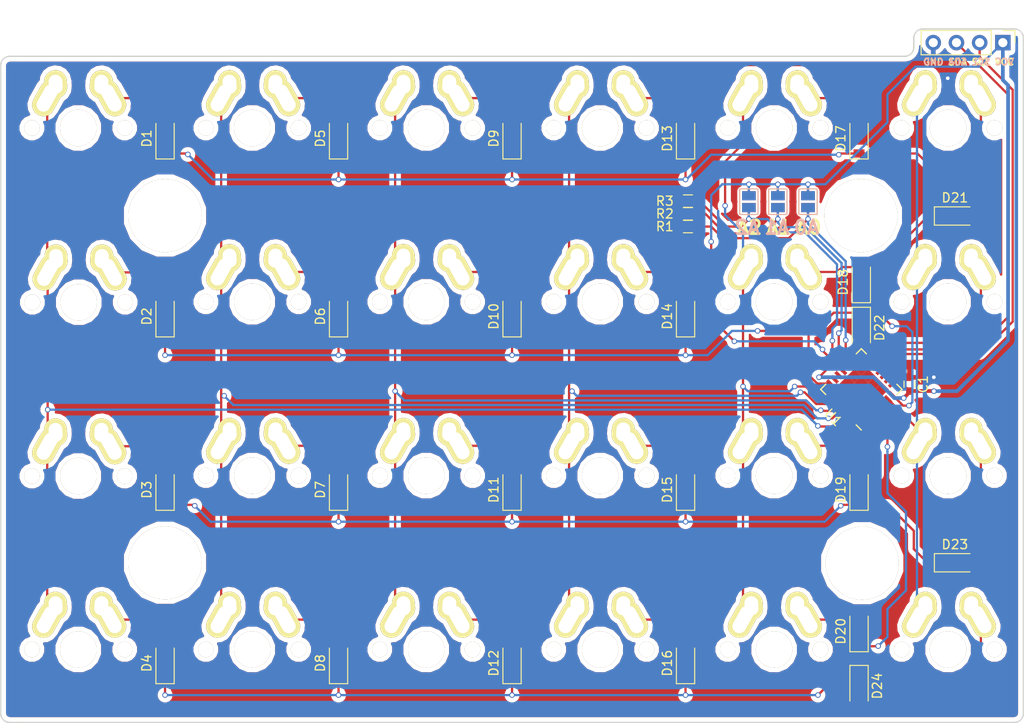
<source format=kicad_pcb>
(kicad_pcb (version 4) (host pcbnew 4.0.7-e2-6376~60~ubuntu17.10.1)
  (layers (0 F.Cu signal) (31 B.Cu signal) (34 B.Paste user) (35 F.Paste user) (36 B.SilkS user) (37 F.SilkS user) (38 B.Mask user) (39 F.Mask user) (44 Edge.Cuts user))
  (net 0 "")
  (net 1 "Net-(D1-Pad2)")
  (net 2 row0)
  (net 3 "Net-(D2-Pad2)")
  (net 4 row1)
  (net 5 "Net-(D3-Pad2)")
  (net 6 row2)
  (net 7 "Net-(D4-Pad2)")
  (net 8 row3)
  (net 9 "Net-(D5-Pad2)")
  (net 10 "Net-(D6-Pad2)")
  (net 11 "Net-(D7-Pad2)")
  (net 12 "Net-(D8-Pad2)")
  (net 13 "Net-(D9-Pad2)")
  (net 14 "Net-(D10-Pad2)")
  (net 15 "Net-(D11-Pad2)")
  (net 16 "Net-(D12-Pad2)")
  (net 17 "Net-(D13-Pad2)")
  (net 18 "Net-(D14-Pad2)")
  (net 19 "Net-(D15-Pad2)")
  (net 20 "Net-(D16-Pad2)")
  (net 21 "Net-(D17-Pad2)")
  (net 22 "Net-(D18-Pad2)")
  (net 23 "Net-(D19-Pad2)")
  (net 24 "Net-(D20-Pad2)")
  (net 25 "Net-(D21-Pad2)")
  (net 26 "Net-(D22-Pad2)")
  (net 27 "Net-(D23-Pad2)")
  (net 28 "Net-(D24-Pad2)")
  (net 29 GND)
  (net 30 VCC)
  (net 31 col0)
  (net 32 col1)
  (net 33 col2)
  (net 34 col3)
  (net 35 col4)
  (net 36 col5)
  (net 37 "Net-(JP1-Pad1)")
  (net 38 "Net-(JP2-Pad1)")
  (net 39 "Net-(JP3-Pad1)")
  (net 40 "Net-(J3-Pad2)")
  (net 41 "Net-(J3-Pad3)")
  (module prettylib:HOLE (layer F.Cu) (at 132.85 57.15)
    (fp_text reference U4 hide)
    (fp_text value HOLE)
    (pad "" thru_hole circle (at -1.65 -0.7) (size 8 8) (drill 8) (layers *.Cu *.Mask F.SilkS))
  )
  (module flipalps:MXALPS_FLIP (layer F.Cu) (at 45.5 46.85)
    (fp_text reference SW1 hide)
    (fp_text value SW_PUSH hide)
    (pad 1 thru_hole oval (at -2.48 -4.79 3.9) (size 2.5 3.08) (drill oval 1.5 2.08) (layers *.Cu *.Mask F.SilkS) (net 31 col0))
    (pad 2 thru_hole oval (at 3.595 -3.27 29) (size 2.5 4.17) (drill oval 1.5 3.17) (layers *.Cu *.Mask F.SilkS) (net 1 "Net-(D1-Pad2)"))
    (pad "" np_thru_hole circle (at 0 0) (size 3.98781 3.98781) (drill 3.9878) (layers *.Cu *.Mask F.SilkS) (clearance 0.1524))
    (pad "" np_thru_hole circle (at -5.08 0) (size 1.70181 1.70181) (drill 1.7018) (layers *.Cu *.Mask F.SilkS) (clearance 0.1524))
    (pad "" np_thru_hole circle (at 5.08 0) (size 1.70181 1.70181) (drill 1.7018) (layers *.Cu *.Mask F.SilkS) (clearance 0.1524))
    (pad 1 thru_hole oval (at -3.405 -3.27 330.95) (size 2.5 4.17) (drill oval 1.5 3.17) (layers *.Cu *.Mask F.SilkS) (net 31 col0))
    (pad 2 thru_hole oval (at 2.52 -4.79 356.1) (size 2.5 3.08) (drill oval 1.5 2.08) (layers *.Cu *.Mask F.SilkS) (net 1 "Net-(D1-Pad2)"))
  )
  (module flipalps:MXALPS_FLIP (layer F.Cu) (at 45.55 65.95)
    (fp_text reference SW2 hide)
    (fp_text value SW_PUSH hide)
    (pad 1 thru_hole oval (at -2.48 -4.79 3.9) (size 2.5 3.08) (drill oval 1.5 2.08) (layers *.Cu *.Mask F.SilkS) (net 31 col0))
    (pad 2 thru_hole oval (at 3.595 -3.27 29) (size 2.5 4.17) (drill oval 1.5 3.17) (layers *.Cu *.Mask F.SilkS) (net 3 "Net-(D2-Pad2)"))
    (pad "" np_thru_hole circle (at 0 0) (size 3.98781 3.98781) (drill 3.9878) (layers *.Cu *.Mask F.SilkS) (clearance 0.1524))
    (pad "" np_thru_hole circle (at -5.08 0) (size 1.70181 1.70181) (drill 1.7018) (layers *.Cu *.Mask F.SilkS) (clearance 0.1524))
    (pad "" np_thru_hole circle (at 5.08 0) (size 1.70181 1.70181) (drill 1.7018) (layers *.Cu *.Mask F.SilkS) (clearance 0.1524))
    (pad 1 thru_hole oval (at -3.405 -3.27 330.95) (size 2.5 4.17) (drill oval 1.5 3.17) (layers *.Cu *.Mask F.SilkS) (net 31 col0))
    (pad 2 thru_hole oval (at 2.52 -4.79 356.1) (size 2.5 3.08) (drill oval 1.5 2.08) (layers *.Cu *.Mask F.SilkS) (net 3 "Net-(D2-Pad2)"))
  )
  (module flipalps:MXALPS_FLIP (layer F.Cu) (at 45.5 85)
    (fp_text reference SW3 hide)
    (fp_text value SW_PUSH hide)
    (pad 1 thru_hole oval (at -2.48 -4.79 3.9) (size 2.5 3.08) (drill oval 1.5 2.08) (layers *.Cu *.Mask F.SilkS) (net 31 col0))
    (pad 2 thru_hole oval (at 3.595 -3.27 29) (size 2.5 4.17) (drill oval 1.5 3.17) (layers *.Cu *.Mask F.SilkS) (net 5 "Net-(D3-Pad2)"))
    (pad "" np_thru_hole circle (at 0 0) (size 3.98781 3.98781) (drill 3.9878) (layers *.Cu *.Mask F.SilkS) (clearance 0.1524))
    (pad "" np_thru_hole circle (at -5.08 0) (size 1.70181 1.70181) (drill 1.7018) (layers *.Cu *.Mask F.SilkS) (clearance 0.1524))
    (pad "" np_thru_hole circle (at 5.08 0) (size 1.70181 1.70181) (drill 1.7018) (layers *.Cu *.Mask F.SilkS) (clearance 0.1524))
    (pad 1 thru_hole oval (at -3.405 -3.27 330.95) (size 2.5 4.17) (drill oval 1.5 3.17) (layers *.Cu *.Mask F.SilkS) (net 31 col0))
    (pad 2 thru_hole oval (at 2.52 -4.79 356.1) (size 2.5 3.08) (drill oval 1.5 2.08) (layers *.Cu *.Mask F.SilkS) (net 5 "Net-(D3-Pad2)"))
  )
  (module flipalps:MXALPS_FLIP (layer F.Cu) (at 45.5 104)
    (fp_text reference SW4 hide)
    (fp_text value SW_PUSH hide)
    (pad 1 thru_hole oval (at -2.48 -4.79 3.9) (size 2.5 3.08) (drill oval 1.5 2.08) (layers *.Cu *.Mask F.SilkS) (net 31 col0))
    (pad 2 thru_hole oval (at 3.595 -3.27 29) (size 2.5 4.17) (drill oval 1.5 3.17) (layers *.Cu *.Mask F.SilkS) (net 7 "Net-(D4-Pad2)"))
    (pad "" np_thru_hole circle (at 0 0) (size 3.98781 3.98781) (drill 3.9878) (layers *.Cu *.Mask F.SilkS) (clearance 0.1524))
    (pad "" np_thru_hole circle (at -5.08 0) (size 1.70181 1.70181) (drill 1.7018) (layers *.Cu *.Mask F.SilkS) (clearance 0.1524))
    (pad "" np_thru_hole circle (at 5.08 0) (size 1.70181 1.70181) (drill 1.7018) (layers *.Cu *.Mask F.SilkS) (clearance 0.1524))
    (pad 1 thru_hole oval (at -3.405 -3.27 330.95) (size 2.5 4.17) (drill oval 1.5 3.17) (layers *.Cu *.Mask F.SilkS) (net 31 col0))
    (pad 2 thru_hole oval (at 2.52 -4.79 356.1) (size 2.5 3.08) (drill oval 1.5 2.08) (layers *.Cu *.Mask F.SilkS) (net 7 "Net-(D4-Pad2)"))
  )
  (module flipalps:MXALPS_FLIP (layer F.Cu) (at 64.55 46.85)
    (fp_text reference SW5 hide)
    (fp_text value SW_PUSH hide)
    (pad 1 thru_hole oval (at -2.48 -4.79 3.9) (size 2.5 3.08) (drill oval 1.5 2.08) (layers *.Cu *.Mask F.SilkS) (net 32 col1))
    (pad 2 thru_hole oval (at 3.595 -3.27 29) (size 2.5 4.17) (drill oval 1.5 3.17) (layers *.Cu *.Mask F.SilkS) (net 9 "Net-(D5-Pad2)"))
    (pad "" np_thru_hole circle (at 0 0) (size 3.98781 3.98781) (drill 3.9878) (layers *.Cu *.Mask F.SilkS) (clearance 0.1524))
    (pad "" np_thru_hole circle (at -5.08 0) (size 1.70181 1.70181) (drill 1.7018) (layers *.Cu *.Mask F.SilkS) (clearance 0.1524))
    (pad "" np_thru_hole circle (at 5.08 0) (size 1.70181 1.70181) (drill 1.7018) (layers *.Cu *.Mask F.SilkS) (clearance 0.1524))
    (pad 1 thru_hole oval (at -3.405 -3.27 330.95) (size 2.5 4.17) (drill oval 1.5 3.17) (layers *.Cu *.Mask F.SilkS) (net 32 col1))
    (pad 2 thru_hole oval (at 2.52 -4.79 356.1) (size 2.5 3.08) (drill oval 1.5 2.08) (layers *.Cu *.Mask F.SilkS) (net 9 "Net-(D5-Pad2)"))
  )
  (module flipalps:MXALPS_FLIP (layer F.Cu) (at 64.55 65.9)
    (fp_text reference SW6 hide)
    (fp_text value SW_PUSH hide)
    (pad 1 thru_hole oval (at -2.48 -4.79 3.9) (size 2.5 3.08) (drill oval 1.5 2.08) (layers *.Cu *.Mask F.SilkS) (net 32 col1))
    (pad 2 thru_hole oval (at 3.595 -3.27 29) (size 2.5 4.17) (drill oval 1.5 3.17) (layers *.Cu *.Mask F.SilkS) (net 10 "Net-(D6-Pad2)"))
    (pad "" np_thru_hole circle (at 0 0) (size 3.98781 3.98781) (drill 3.9878) (layers *.Cu *.Mask F.SilkS) (clearance 0.1524))
    (pad "" np_thru_hole circle (at -5.08 0) (size 1.70181 1.70181) (drill 1.7018) (layers *.Cu *.Mask F.SilkS) (clearance 0.1524))
    (pad "" np_thru_hole circle (at 5.08 0) (size 1.70181 1.70181) (drill 1.7018) (layers *.Cu *.Mask F.SilkS) (clearance 0.1524))
    (pad 1 thru_hole oval (at -3.405 -3.27 330.95) (size 2.5 4.17) (drill oval 1.5 3.17) (layers *.Cu *.Mask F.SilkS) (net 32 col1))
    (pad 2 thru_hole oval (at 2.52 -4.79 356.1) (size 2.5 3.08) (drill oval 1.5 2.08) (layers *.Cu *.Mask F.SilkS) (net 10 "Net-(D6-Pad2)"))
  )
  (module flipalps:MXALPS_FLIP (layer F.Cu) (at 64.55 84.95)
    (fp_text reference SW7 hide)
    (fp_text value SW_PUSH hide)
    (pad 1 thru_hole oval (at -2.48 -4.79 3.9) (size 2.5 3.08) (drill oval 1.5 2.08) (layers *.Cu *.Mask F.SilkS) (net 32 col1))
    (pad 2 thru_hole oval (at 3.595 -3.27 29) (size 2.5 4.17) (drill oval 1.5 3.17) (layers *.Cu *.Mask F.SilkS) (net 11 "Net-(D7-Pad2)"))
    (pad "" np_thru_hole circle (at 0 0) (size 3.98781 3.98781) (drill 3.9878) (layers *.Cu *.Mask F.SilkS) (clearance 0.1524))
    (pad "" np_thru_hole circle (at -5.08 0) (size 1.70181 1.70181) (drill 1.7018) (layers *.Cu *.Mask F.SilkS) (clearance 0.1524))
    (pad "" np_thru_hole circle (at 5.08 0) (size 1.70181 1.70181) (drill 1.7018) (layers *.Cu *.Mask F.SilkS) (clearance 0.1524))
    (pad 1 thru_hole oval (at -3.405 -3.27 330.95) (size 2.5 4.17) (drill oval 1.5 3.17) (layers *.Cu *.Mask F.SilkS) (net 32 col1))
    (pad 2 thru_hole oval (at 2.52 -4.79 356.1) (size 2.5 3.08) (drill oval 1.5 2.08) (layers *.Cu *.Mask F.SilkS) (net 11 "Net-(D7-Pad2)"))
  )
  (module flipalps:MXALPS_FLIP (layer F.Cu) (at 64.55 104)
    (fp_text reference SW8 hide)
    (fp_text value SW_PUSH hide)
    (pad 1 thru_hole oval (at -2.48 -4.79 3.9) (size 2.5 3.08) (drill oval 1.5 2.08) (layers *.Cu *.Mask F.SilkS) (net 32 col1))
    (pad 2 thru_hole oval (at 3.595 -3.27 29) (size 2.5 4.17) (drill oval 1.5 3.17) (layers *.Cu *.Mask F.SilkS) (net 12 "Net-(D8-Pad2)"))
    (pad "" np_thru_hole circle (at 0 0) (size 3.98781 3.98781) (drill 3.9878) (layers *.Cu *.Mask F.SilkS) (clearance 0.1524))
    (pad "" np_thru_hole circle (at -5.08 0) (size 1.70181 1.70181) (drill 1.7018) (layers *.Cu *.Mask F.SilkS) (clearance 0.1524))
    (pad "" np_thru_hole circle (at 5.08 0) (size 1.70181 1.70181) (drill 1.7018) (layers *.Cu *.Mask F.SilkS) (clearance 0.1524))
    (pad 1 thru_hole oval (at -3.405 -3.27 330.95) (size 2.5 4.17) (drill oval 1.5 3.17) (layers *.Cu *.Mask F.SilkS) (net 32 col1))
    (pad 2 thru_hole oval (at 2.52 -4.79 356.1) (size 2.5 3.08) (drill oval 1.5 2.08) (layers *.Cu *.Mask F.SilkS) (net 12 "Net-(D8-Pad2)"))
  )
  (module flipalps:MXALPS_FLIP (layer F.Cu) (at 83.6 46.85)
    (fp_text reference SW9 hide)
    (fp_text value SW_PUSH hide)
    (pad 1 thru_hole oval (at -2.48 -4.79 3.9) (size 2.5 3.08) (drill oval 1.5 2.08) (layers *.Cu *.Mask F.SilkS) (net 33 col2))
    (pad 2 thru_hole oval (at 3.595 -3.27 29) (size 2.5 4.17) (drill oval 1.5 3.17) (layers *.Cu *.Mask F.SilkS) (net 13 "Net-(D9-Pad2)"))
    (pad "" np_thru_hole circle (at 0 0) (size 3.98781 3.98781) (drill 3.9878) (layers *.Cu *.Mask F.SilkS) (clearance 0.1524))
    (pad "" np_thru_hole circle (at -5.08 0) (size 1.70181 1.70181) (drill 1.7018) (layers *.Cu *.Mask F.SilkS) (clearance 0.1524))
    (pad "" np_thru_hole circle (at 5.08 0) (size 1.70181 1.70181) (drill 1.7018) (layers *.Cu *.Mask F.SilkS) (clearance 0.1524))
    (pad 1 thru_hole oval (at -3.405 -3.27 330.95) (size 2.5 4.17) (drill oval 1.5 3.17) (layers *.Cu *.Mask F.SilkS) (net 33 col2))
    (pad 2 thru_hole oval (at 2.52 -4.79 356.1) (size 2.5 3.08) (drill oval 1.5 2.08) (layers *.Cu *.Mask F.SilkS) (net 13 "Net-(D9-Pad2)"))
  )
  (module flipalps:MXALPS_FLIP (layer F.Cu) (at 83.6 65.9)
    (fp_text reference SW10 hide)
    (fp_text value SW_PUSH hide)
    (pad 1 thru_hole oval (at -2.48 -4.79 3.9) (size 2.5 3.08) (drill oval 1.5 2.08) (layers *.Cu *.Mask F.SilkS) (net 33 col2))
    (pad 2 thru_hole oval (at 3.595 -3.27 29) (size 2.5 4.17) (drill oval 1.5 3.17) (layers *.Cu *.Mask F.SilkS) (net 14 "Net-(D10-Pad2)"))
    (pad "" np_thru_hole circle (at 0 0) (size 3.98781 3.98781) (drill 3.9878) (layers *.Cu *.Mask F.SilkS) (clearance 0.1524))
    (pad "" np_thru_hole circle (at -5.08 0) (size 1.70181 1.70181) (drill 1.7018) (layers *.Cu *.Mask F.SilkS) (clearance 0.1524))
    (pad "" np_thru_hole circle (at 5.08 0) (size 1.70181 1.70181) (drill 1.7018) (layers *.Cu *.Mask F.SilkS) (clearance 0.1524))
    (pad 1 thru_hole oval (at -3.405 -3.27 330.95) (size 2.5 4.17) (drill oval 1.5 3.17) (layers *.Cu *.Mask F.SilkS) (net 33 col2))
    (pad 2 thru_hole oval (at 2.52 -4.79 356.1) (size 2.5 3.08) (drill oval 1.5 2.08) (layers *.Cu *.Mask F.SilkS) (net 14 "Net-(D10-Pad2)"))
  )
  (module flipalps:MXALPS_FLIP (layer F.Cu) (at 83.6 84.95)
    (fp_text reference SW11 hide)
    (fp_text value SW_PUSH hide)
    (pad 1 thru_hole oval (at -2.48 -4.79 3.9) (size 2.5 3.08) (drill oval 1.5 2.08) (layers *.Cu *.Mask F.SilkS) (net 33 col2))
    (pad 2 thru_hole oval (at 3.595 -3.27 29) (size 2.5 4.17) (drill oval 1.5 3.17) (layers *.Cu *.Mask F.SilkS) (net 15 "Net-(D11-Pad2)"))
    (pad "" np_thru_hole circle (at 0 0) (size 3.98781 3.98781) (drill 3.9878) (layers *.Cu *.Mask F.SilkS) (clearance 0.1524))
    (pad "" np_thru_hole circle (at -5.08 0) (size 1.70181 1.70181) (drill 1.7018) (layers *.Cu *.Mask F.SilkS) (clearance 0.1524))
    (pad "" np_thru_hole circle (at 5.08 0) (size 1.70181 1.70181) (drill 1.7018) (layers *.Cu *.Mask F.SilkS) (clearance 0.1524))
    (pad 1 thru_hole oval (at -3.405 -3.27 330.95) (size 2.5 4.17) (drill oval 1.5 3.17) (layers *.Cu *.Mask F.SilkS) (net 33 col2))
    (pad 2 thru_hole oval (at 2.52 -4.79 356.1) (size 2.5 3.08) (drill oval 1.5 2.08) (layers *.Cu *.Mask F.SilkS) (net 15 "Net-(D11-Pad2)"))
  )
  (module flipalps:MXALPS_FLIP (layer F.Cu) (at 83.6 104)
    (fp_text reference SW12 hide)
    (fp_text value SW_PUSH hide)
    (pad 1 thru_hole oval (at -2.48 -4.79 3.9) (size 2.5 3.08) (drill oval 1.5 2.08) (layers *.Cu *.Mask F.SilkS) (net 33 col2))
    (pad 2 thru_hole oval (at 3.595 -3.27 29) (size 2.5 4.17) (drill oval 1.5 3.17) (layers *.Cu *.Mask F.SilkS) (net 16 "Net-(D12-Pad2)"))
    (pad "" np_thru_hole circle (at 0 0) (size 3.98781 3.98781) (drill 3.9878) (layers *.Cu *.Mask F.SilkS) (clearance 0.1524))
    (pad "" np_thru_hole circle (at -5.08 0) (size 1.70181 1.70181) (drill 1.7018) (layers *.Cu *.Mask F.SilkS) (clearance 0.1524))
    (pad "" np_thru_hole circle (at 5.08 0) (size 1.70181 1.70181) (drill 1.7018) (layers *.Cu *.Mask F.SilkS) (clearance 0.1524))
    (pad 1 thru_hole oval (at -3.405 -3.27 330.95) (size 2.5 4.17) (drill oval 1.5 3.17) (layers *.Cu *.Mask F.SilkS) (net 33 col2))
    (pad 2 thru_hole oval (at 2.52 -4.79 356.1) (size 2.5 3.08) (drill oval 1.5 2.08) (layers *.Cu *.Mask F.SilkS) (net 16 "Net-(D12-Pad2)"))
  )
  (module flipalps:MXALPS_FLIP (layer F.Cu) (at 102.65 46.85)
    (fp_text reference SW13 hide)
    (fp_text value SW_PUSH hide)
    (pad 1 thru_hole oval (at -2.48 -4.79 3.9) (size 2.5 3.08) (drill oval 1.5 2.08) (layers *.Cu *.Mask F.SilkS) (net 34 col3))
    (pad 2 thru_hole oval (at 3.595 -3.27 29) (size 2.5 4.17) (drill oval 1.5 3.17) (layers *.Cu *.Mask F.SilkS) (net 17 "Net-(D13-Pad2)"))
    (pad "" np_thru_hole circle (at 0 0) (size 3.98781 3.98781) (drill 3.9878) (layers *.Cu *.Mask F.SilkS) (clearance 0.1524))
    (pad "" np_thru_hole circle (at -5.08 0) (size 1.70181 1.70181) (drill 1.7018) (layers *.Cu *.Mask F.SilkS) (clearance 0.1524))
    (pad "" np_thru_hole circle (at 5.08 0) (size 1.70181 1.70181) (drill 1.7018) (layers *.Cu *.Mask F.SilkS) (clearance 0.1524))
    (pad 1 thru_hole oval (at -3.405 -3.27 330.95) (size 2.5 4.17) (drill oval 1.5 3.17) (layers *.Cu *.Mask F.SilkS) (net 34 col3))
    (pad 2 thru_hole oval (at 2.52 -4.79 356.1) (size 2.5 3.08) (drill oval 1.5 2.08) (layers *.Cu *.Mask F.SilkS) (net 17 "Net-(D13-Pad2)"))
  )
  (module flipalps:MXALPS_FLIP (layer F.Cu) (at 102.65 65.9)
    (fp_text reference SW14 hide)
    (fp_text value SW_PUSH hide)
    (pad 1 thru_hole oval (at -2.48 -4.79 3.9) (size 2.5 3.08) (drill oval 1.5 2.08) (layers *.Cu *.Mask F.SilkS) (net 34 col3))
    (pad 2 thru_hole oval (at 3.595 -3.27 29) (size 2.5 4.17) (drill oval 1.5 3.17) (layers *.Cu *.Mask F.SilkS) (net 18 "Net-(D14-Pad2)"))
    (pad "" np_thru_hole circle (at 0 0) (size 3.98781 3.98781) (drill 3.9878) (layers *.Cu *.Mask F.SilkS) (clearance 0.1524))
    (pad "" np_thru_hole circle (at -5.08 0) (size 1.70181 1.70181) (drill 1.7018) (layers *.Cu *.Mask F.SilkS) (clearance 0.1524))
    (pad "" np_thru_hole circle (at 5.08 0) (size 1.70181 1.70181) (drill 1.7018) (layers *.Cu *.Mask F.SilkS) (clearance 0.1524))
    (pad 1 thru_hole oval (at -3.405 -3.27 330.95) (size 2.5 4.17) (drill oval 1.5 3.17) (layers *.Cu *.Mask F.SilkS) (net 34 col3))
    (pad 2 thru_hole oval (at 2.52 -4.79 356.1) (size 2.5 3.08) (drill oval 1.5 2.08) (layers *.Cu *.Mask F.SilkS) (net 18 "Net-(D14-Pad2)"))
  )
  (module flipalps:MXALPS_FLIP (layer F.Cu) (at 102.65 84.95)
    (fp_text reference SW15 hide)
    (fp_text value SW_PUSH hide)
    (pad 1 thru_hole oval (at -2.48 -4.79 3.9) (size 2.5 3.08) (drill oval 1.5 2.08) (layers *.Cu *.Mask F.SilkS) (net 34 col3))
    (pad 2 thru_hole oval (at 3.595 -3.27 29) (size 2.5 4.17) (drill oval 1.5 3.17) (layers *.Cu *.Mask F.SilkS) (net 19 "Net-(D15-Pad2)"))
    (pad "" np_thru_hole circle (at 0 0) (size 3.98781 3.98781) (drill 3.9878) (layers *.Cu *.Mask F.SilkS) (clearance 0.1524))
    (pad "" np_thru_hole circle (at -5.08 0) (size 1.70181 1.70181) (drill 1.7018) (layers *.Cu *.Mask F.SilkS) (clearance 0.1524))
    (pad "" np_thru_hole circle (at 5.08 0) (size 1.70181 1.70181) (drill 1.7018) (layers *.Cu *.Mask F.SilkS) (clearance 0.1524))
    (pad 1 thru_hole oval (at -3.405 -3.27 330.95) (size 2.5 4.17) (drill oval 1.5 3.17) (layers *.Cu *.Mask F.SilkS) (net 34 col3))
    (pad 2 thru_hole oval (at 2.52 -4.79 356.1) (size 2.5 3.08) (drill oval 1.5 2.08) (layers *.Cu *.Mask F.SilkS) (net 19 "Net-(D15-Pad2)"))
  )
  (module flipalps:MXALPS_FLIP (layer F.Cu) (at 102.65 104)
    (fp_text reference SW16 hide)
    (fp_text value SW_PUSH hide)
    (pad 1 thru_hole oval (at -2.48 -4.79 3.9) (size 2.5 3.08) (drill oval 1.5 2.08) (layers *.Cu *.Mask F.SilkS) (net 34 col3))
    (pad 2 thru_hole oval (at 3.595 -3.27 29) (size 2.5 4.17) (drill oval 1.5 3.17) (layers *.Cu *.Mask F.SilkS) (net 20 "Net-(D16-Pad2)"))
    (pad "" np_thru_hole circle (at 0 0) (size 3.98781 3.98781) (drill 3.9878) (layers *.Cu *.Mask F.SilkS) (clearance 0.1524))
    (pad "" np_thru_hole circle (at -5.08 0) (size 1.70181 1.70181) (drill 1.7018) (layers *.Cu *.Mask F.SilkS) (clearance 0.1524))
    (pad "" np_thru_hole circle (at 5.08 0) (size 1.70181 1.70181) (drill 1.7018) (layers *.Cu *.Mask F.SilkS) (clearance 0.1524))
    (pad 1 thru_hole oval (at -3.405 -3.27 330.95) (size 2.5 4.17) (drill oval 1.5 3.17) (layers *.Cu *.Mask F.SilkS) (net 34 col3))
    (pad 2 thru_hole oval (at 2.52 -4.79 356.1) (size 2.5 3.08) (drill oval 1.5 2.08) (layers *.Cu *.Mask F.SilkS) (net 20 "Net-(D16-Pad2)"))
  )
  (module flipalps:MXALPS_FLIP (layer F.Cu) (at 121.7 46.85)
    (fp_text reference SW17 hide)
    (fp_text value SW_PUSH hide)
    (pad 1 thru_hole oval (at -2.48 -4.79 3.9) (size 2.5 3.08) (drill oval 1.5 2.08) (layers *.Cu *.Mask F.SilkS) (net 35 col4))
    (pad 2 thru_hole oval (at 3.595 -3.27 29) (size 2.5 4.17) (drill oval 1.5 3.17) (layers *.Cu *.Mask F.SilkS) (net 21 "Net-(D17-Pad2)"))
    (pad "" np_thru_hole circle (at 0 0) (size 3.98781 3.98781) (drill 3.9878) (layers *.Cu *.Mask F.SilkS) (clearance 0.1524))
    (pad "" np_thru_hole circle (at -5.08 0) (size 1.70181 1.70181) (drill 1.7018) (layers *.Cu *.Mask F.SilkS) (clearance 0.1524))
    (pad "" np_thru_hole circle (at 5.08 0) (size 1.70181 1.70181) (drill 1.7018) (layers *.Cu *.Mask F.SilkS) (clearance 0.1524))
    (pad 1 thru_hole oval (at -3.405 -3.27 330.95) (size 2.5 4.17) (drill oval 1.5 3.17) (layers *.Cu *.Mask F.SilkS) (net 35 col4))
    (pad 2 thru_hole oval (at 2.52 -4.79 356.1) (size 2.5 3.08) (drill oval 1.5 2.08) (layers *.Cu *.Mask F.SilkS) (net 21 "Net-(D17-Pad2)"))
  )
  (module flipalps:MXALPS_FLIP (layer F.Cu) (at 121.7 65.9)
    (fp_text reference SW18 hide)
    (fp_text value SW_PUSH hide)
    (pad 1 thru_hole oval (at -2.48 -4.79 3.9) (size 2.5 3.08) (drill oval 1.5 2.08) (layers *.Cu *.Mask F.SilkS) (net 35 col4))
    (pad 2 thru_hole oval (at 3.595 -3.27 29) (size 2.5 4.17) (drill oval 1.5 3.17) (layers *.Cu *.Mask F.SilkS) (net 22 "Net-(D18-Pad2)"))
    (pad "" np_thru_hole circle (at 0 0) (size 3.98781 3.98781) (drill 3.9878) (layers *.Cu *.Mask F.SilkS) (clearance 0.1524))
    (pad "" np_thru_hole circle (at -5.08 0) (size 1.70181 1.70181) (drill 1.7018) (layers *.Cu *.Mask F.SilkS) (clearance 0.1524))
    (pad "" np_thru_hole circle (at 5.08 0) (size 1.70181 1.70181) (drill 1.7018) (layers *.Cu *.Mask F.SilkS) (clearance 0.1524))
    (pad 1 thru_hole oval (at -3.405 -3.27 330.95) (size 2.5 4.17) (drill oval 1.5 3.17) (layers *.Cu *.Mask F.SilkS) (net 35 col4))
    (pad 2 thru_hole oval (at 2.52 -4.79 356.1) (size 2.5 3.08) (drill oval 1.5 2.08) (layers *.Cu *.Mask F.SilkS) (net 22 "Net-(D18-Pad2)"))
  )
  (module flipalps:MXALPS_FLIP (layer F.Cu) (at 121.7 84.95)
    (fp_text reference SW19 hide)
    (fp_text value SW_PUSH hide)
    (pad 1 thru_hole oval (at -2.48 -4.79 3.9) (size 2.5 3.08) (drill oval 1.5 2.08) (layers *.Cu *.Mask F.SilkS) (net 35 col4))
    (pad 2 thru_hole oval (at 3.595 -3.27 29) (size 2.5 4.17) (drill oval 1.5 3.17) (layers *.Cu *.Mask F.SilkS) (net 23 "Net-(D19-Pad2)"))
    (pad "" np_thru_hole circle (at 0 0) (size 3.98781 3.98781) (drill 3.9878) (layers *.Cu *.Mask F.SilkS) (clearance 0.1524))
    (pad "" np_thru_hole circle (at -5.08 0) (size 1.70181 1.70181) (drill 1.7018) (layers *.Cu *.Mask F.SilkS) (clearance 0.1524))
    (pad "" np_thru_hole circle (at 5.08 0) (size 1.70181 1.70181) (drill 1.7018) (layers *.Cu *.Mask F.SilkS) (clearance 0.1524))
    (pad 1 thru_hole oval (at -3.405 -3.27 330.95) (size 2.5 4.17) (drill oval 1.5 3.17) (layers *.Cu *.Mask F.SilkS) (net 35 col4))
    (pad 2 thru_hole oval (at 2.52 -4.79 356.1) (size 2.5 3.08) (drill oval 1.5 2.08) (layers *.Cu *.Mask F.SilkS) (net 23 "Net-(D19-Pad2)"))
  )
  (module flipalps:MXALPS_FLIP (layer F.Cu) (at 140.75 46.85)
    (fp_text reference SW21 hide)
    (fp_text value SW_PUSH hide)
    (pad 1 thru_hole oval (at -2.48 -4.79 3.9) (size 2.5 3.08) (drill oval 1.5 2.08) (layers *.Cu *.Mask F.SilkS) (net 36 col5))
    (pad 2 thru_hole oval (at 3.595 -3.27 29) (size 2.5 4.17) (drill oval 1.5 3.17) (layers *.Cu *.Mask F.SilkS) (net 25 "Net-(D21-Pad2)"))
    (pad "" np_thru_hole circle (at 0 0) (size 3.98781 3.98781) (drill 3.9878) (layers *.Cu *.Mask F.SilkS) (clearance 0.1524))
    (pad "" np_thru_hole circle (at -5.08 0) (size 1.70181 1.70181) (drill 1.7018) (layers *.Cu *.Mask F.SilkS) (clearance 0.1524))
    (pad "" np_thru_hole circle (at 5.08 0) (size 1.70181 1.70181) (drill 1.7018) (layers *.Cu *.Mask F.SilkS) (clearance 0.1524))
    (pad 1 thru_hole oval (at -3.405 -3.27 330.95) (size 2.5 4.17) (drill oval 1.5 3.17) (layers *.Cu *.Mask F.SilkS) (net 36 col5))
    (pad 2 thru_hole oval (at 2.52 -4.79 356.1) (size 2.5 3.08) (drill oval 1.5 2.08) (layers *.Cu *.Mask F.SilkS) (net 25 "Net-(D21-Pad2)"))
  )
  (module flipalps:MXALPS_FLIP (layer F.Cu) (at 140.75 65.9)
    (fp_text reference SW22 hide)
    (fp_text value SW_PUSH hide)
    (pad 1 thru_hole oval (at -2.48 -4.79 3.9) (size 2.5 3.08) (drill oval 1.5 2.08) (layers *.Cu *.Mask F.SilkS) (net 36 col5))
    (pad 2 thru_hole oval (at 3.595 -3.27 29) (size 2.5 4.17) (drill oval 1.5 3.17) (layers *.Cu *.Mask F.SilkS) (net 26 "Net-(D22-Pad2)"))
    (pad "" np_thru_hole circle (at 0 0) (size 3.98781 3.98781) (drill 3.9878) (layers *.Cu *.Mask F.SilkS) (clearance 0.1524))
    (pad "" np_thru_hole circle (at -5.08 0) (size 1.70181 1.70181) (drill 1.7018) (layers *.Cu *.Mask F.SilkS) (clearance 0.1524))
    (pad "" np_thru_hole circle (at 5.08 0) (size 1.70181 1.70181) (drill 1.7018) (layers *.Cu *.Mask F.SilkS) (clearance 0.1524))
    (pad 1 thru_hole oval (at -3.405 -3.27 330.95) (size 2.5 4.17) (drill oval 1.5 3.17) (layers *.Cu *.Mask F.SilkS) (net 36 col5))
    (pad 2 thru_hole oval (at 2.52 -4.79 356.1) (size 2.5 3.08) (drill oval 1.5 2.08) (layers *.Cu *.Mask F.SilkS) (net 26 "Net-(D22-Pad2)"))
  )
  (module flipalps:MXALPS_FLIP (layer F.Cu) (at 140.75 84.95)
    (fp_text reference SW23 hide)
    (fp_text value SW_PUSH hide)
    (pad 1 thru_hole oval (at -2.48 -4.79 3.9) (size 2.5 3.08) (drill oval 1.5 2.08) (layers *.Cu *.Mask F.SilkS) (net 36 col5))
    (pad 2 thru_hole oval (at 3.595 -3.27 29) (size 2.5 4.17) (drill oval 1.5 3.17) (layers *.Cu *.Mask F.SilkS) (net 27 "Net-(D23-Pad2)"))
    (pad "" np_thru_hole circle (at 0 0) (size 3.98781 3.98781) (drill 3.9878) (layers *.Cu *.Mask F.SilkS) (clearance 0.1524))
    (pad "" np_thru_hole circle (at -5.08 0) (size 1.70181 1.70181) (drill 1.7018) (layers *.Cu *.Mask F.SilkS) (clearance 0.1524))
    (pad "" np_thru_hole circle (at 5.08 0) (size 1.70181 1.70181) (drill 1.7018) (layers *.Cu *.Mask F.SilkS) (clearance 0.1524))
    (pad 1 thru_hole oval (at -3.405 -3.27 330.95) (size 2.5 4.17) (drill oval 1.5 3.17) (layers *.Cu *.Mask F.SilkS) (net 36 col5))
    (pad 2 thru_hole oval (at 2.52 -4.79 356.1) (size 2.5 3.08) (drill oval 1.5 2.08) (layers *.Cu *.Mask F.SilkS) (net 27 "Net-(D23-Pad2)"))
  )
  (module prettylib:HOLE (layer F.Cu) (at 56.65 95.2)
    (fp_text reference U2 hide)
    (fp_text value HOLE)
    (pad "" thru_hole circle (at -1.65 -0.7) (size 8 8) (drill 8) (layers *.Cu *.Mask F.SilkS))
  )
  (module prettylib:HOLE (layer F.Cu) (at 133 95.25)
    (fp_text reference U3 hide)
    (fp_text value HOLE)
    (pad "" thru_hole circle (at -1.65 -0.7) (size 8 8) (drill 8) (layers *.Cu *.Mask F.SilkS))
  )
  (module prettylib:HOLE (layer F.Cu) (at 56.65 57.15)
    (fp_text reference U5 hide)
    (fp_text value HOLE)
    (pad "" thru_hole circle (at -1.65 -0.7) (size 8 8) (drill 8) (layers *.Cu *.Mask F.SilkS))
  )
  (module flipalps:MXALPS_FLIP (layer F.Cu) (at 121.7 104)
    (fp_text reference SW20 hide)
    (fp_text value SW_PUSH hide)
    (pad 1 thru_hole oval (at -2.48 -4.79 3.9) (size 2.5 3.08) (drill oval 1.5 2.08) (layers *.Cu *.Mask F.SilkS) (net 35 col4))
    (pad 2 thru_hole oval (at 3.595 -3.27 29) (size 2.5 4.17) (drill oval 1.5 3.17) (layers *.Cu *.Mask F.SilkS) (net 24 "Net-(D20-Pad2)"))
    (pad "" np_thru_hole circle (at 0 0) (size 3.98781 3.98781) (drill 3.9878) (layers *.Cu *.Mask F.SilkS) (clearance 0.1524))
    (pad "" np_thru_hole circle (at -5.08 0) (size 1.70181 1.70181) (drill 1.7018) (layers *.Cu *.Mask F.SilkS) (clearance 0.1524))
    (pad "" np_thru_hole circle (at 5.08 0) (size 1.70181 1.70181) (drill 1.7018) (layers *.Cu *.Mask F.SilkS) (clearance 0.1524))
    (pad 1 thru_hole oval (at -3.405 -3.27 330.95) (size 2.5 4.17) (drill oval 1.5 3.17) (layers *.Cu *.Mask F.SilkS) (net 35 col4))
    (pad 2 thru_hole oval (at 2.52 -4.79 356.1) (size 2.5 3.08) (drill oval 1.5 2.08) (layers *.Cu *.Mask F.SilkS) (net 24 "Net-(D20-Pad2)"))
  )
  (module flipalps:MXALPS_FLIP (layer F.Cu) (at 140.75 104)
    (fp_text reference SW24 hide)
    (fp_text value SW_PUSH hide)
    (pad 1 thru_hole oval (at -2.48 -4.79 3.9) (size 2.5 3.08) (drill oval 1.5 2.08) (layers *.Cu *.Mask F.SilkS) (net 36 col5))
    (pad 2 thru_hole oval (at 3.595 -3.27 29) (size 2.5 4.17) (drill oval 1.5 3.17) (layers *.Cu *.Mask F.SilkS) (net 28 "Net-(D24-Pad2)"))
    (pad "" np_thru_hole circle (at 0 0) (size 3.98781 3.98781) (drill 3.9878) (layers *.Cu *.Mask F.SilkS) (clearance 0.1524))
    (pad "" np_thru_hole circle (at -5.08 0) (size 1.70181 1.70181) (drill 1.7018) (layers *.Cu *.Mask F.SilkS) (clearance 0.1524))
    (pad "" np_thru_hole circle (at 5.08 0) (size 1.70181 1.70181) (drill 1.7018) (layers *.Cu *.Mask F.SilkS) (clearance 0.1524))
    (pad 1 thru_hole oval (at -3.405 -3.27 330.95) (size 2.5 4.17) (drill oval 1.5 3.17) (layers *.Cu *.Mask F.SilkS) (net 36 col5))
    (pad 2 thru_hole oval (at 2.52 -4.79 356.1) (size 2.5 3.08) (drill oval 1.5 2.08) (layers *.Cu *.Mask F.SilkS) (net 28 "Net-(D24-Pad2)"))
  )
  (module Diodes_SMD:D_SOD-123 (layer F.Cu) (at 55 48 90)
    (fp_text reference D1 (at 0 -2 90) (layer F.SilkS))
    (fp_text value D)
    (pad 1 smd rect (at -1.65 0 90) (size 0.9 1.2) (layers F.Cu F.Paste F.Mask) (net 2 row0))
    (pad 2 smd rect (at 1.65 0 90) (size 0.9 1.2) (layers F.Cu F.Paste F.Mask) (net 1 "Net-(D1-Pad2)"))
  )
  (module Diodes_SMD:D_SOD-123 (layer F.Cu) (at 55 67.5 90)
    (fp_text reference D2 (at 0 -2 90) (layer F.SilkS))
    (fp_text value D)
    (pad 1 smd rect (at -1.65 0 90) (size 0.9 1.2) (layers F.Cu F.Paste F.Mask) (net 4 row1))
    (pad 2 smd rect (at 1.65 0 90) (size 0.9 1.2) (layers F.Cu F.Paste F.Mask) (net 3 "Net-(D2-Pad2)"))
  )
  (module Diodes_SMD:D_SOD-123 (layer F.Cu) (at 55 86.5 90)
    (fp_text reference D3 (at 0 -2 90) (layer F.SilkS))
    (fp_text value D)
    (pad 1 smd rect (at -1.65 0 90) (size 0.9 1.2) (layers F.Cu F.Paste F.Mask) (net 6 row2))
    (pad 2 smd rect (at 1.65 0 90) (size 0.9 1.2) (layers F.Cu F.Paste F.Mask) (net 5 "Net-(D3-Pad2)"))
  )
  (module Diodes_SMD:D_SOD-123 (layer F.Cu) (at 55 105.5 90)
    (fp_text reference D4 (at 0 -2 90) (layer F.SilkS))
    (fp_text value D)
    (pad 1 smd rect (at -1.65 0 90) (size 0.9 1.2) (layers F.Cu F.Paste F.Mask) (net 8 row3))
    (pad 2 smd rect (at 1.65 0 90) (size 0.9 1.2) (layers F.Cu F.Paste F.Mask) (net 7 "Net-(D4-Pad2)"))
  )
  (module Diodes_SMD:D_SOD-123 (layer F.Cu) (at 74 48 90)
    (fp_text reference D5 (at 0 -2 90) (layer F.SilkS))
    (fp_text value D)
    (pad 1 smd rect (at -1.65 0 90) (size 0.9 1.2) (layers F.Cu F.Paste F.Mask) (net 2 row0))
    (pad 2 smd rect (at 1.65 0 90) (size 0.9 1.2) (layers F.Cu F.Paste F.Mask) (net 9 "Net-(D5-Pad2)"))
  )
  (module Diodes_SMD:D_SOD-123 (layer F.Cu) (at 74 67.5 90)
    (fp_text reference D6 (at 0 -2 90) (layer F.SilkS))
    (fp_text value D)
    (pad 1 smd rect (at -1.65 0 90) (size 0.9 1.2) (layers F.Cu F.Paste F.Mask) (net 4 row1))
    (pad 2 smd rect (at 1.65 0 90) (size 0.9 1.2) (layers F.Cu F.Paste F.Mask) (net 10 "Net-(D6-Pad2)"))
  )
  (module Diodes_SMD:D_SOD-123 (layer F.Cu) (at 74 86.5 90)
    (fp_text reference D7 (at 0 -2 90) (layer F.SilkS))
    (fp_text value D)
    (pad 1 smd rect (at -1.65 0 90) (size 0.9 1.2) (layers F.Cu F.Paste F.Mask) (net 6 row2))
    (pad 2 smd rect (at 1.65 0 90) (size 0.9 1.2) (layers F.Cu F.Paste F.Mask) (net 11 "Net-(D7-Pad2)"))
  )
  (module Diodes_SMD:D_SOD-123 (layer F.Cu) (at 74 105.5 90)
    (fp_text reference D8 (at 0 -2 90) (layer F.SilkS))
    (fp_text value D)
    (pad 1 smd rect (at -1.65 0 90) (size 0.9 1.2) (layers F.Cu F.Paste F.Mask) (net 8 row3))
    (pad 2 smd rect (at 1.65 0 90) (size 0.9 1.2) (layers F.Cu F.Paste F.Mask) (net 12 "Net-(D8-Pad2)"))
  )
  (module Diodes_SMD:D_SOD-123 (layer F.Cu) (at 93 48 90)
    (fp_text reference D9 (at 0 -2 90) (layer F.SilkS))
    (fp_text value D)
    (pad 1 smd rect (at -1.65 0 90) (size 0.9 1.2) (layers F.Cu F.Paste F.Mask) (net 2 row0))
    (pad 2 smd rect (at 1.65 0 90) (size 0.9 1.2) (layers F.Cu F.Paste F.Mask) (net 13 "Net-(D9-Pad2)"))
  )
  (module Diodes_SMD:D_SOD-123 (layer F.Cu) (at 93 67.5 90)
    (fp_text reference D10 (at 0 -2 90) (layer F.SilkS))
    (fp_text value D)
    (pad 1 smd rect (at -1.65 0 90) (size 0.9 1.2) (layers F.Cu F.Paste F.Mask) (net 4 row1))
    (pad 2 smd rect (at 1.65 0 90) (size 0.9 1.2) (layers F.Cu F.Paste F.Mask) (net 14 "Net-(D10-Pad2)"))
  )
  (module Diodes_SMD:D_SOD-123 (layer F.Cu) (at 93 86.5 90)
    (fp_text reference D11 (at 0 -2 90) (layer F.SilkS))
    (fp_text value D)
    (pad 1 smd rect (at -1.65 0 90) (size 0.9 1.2) (layers F.Cu F.Paste F.Mask) (net 6 row2))
    (pad 2 smd rect (at 1.65 0 90) (size 0.9 1.2) (layers F.Cu F.Paste F.Mask) (net 15 "Net-(D11-Pad2)"))
  )
  (module Diodes_SMD:D_SOD-123 (layer F.Cu) (at 93 105.5 90)
    (fp_text reference D12 (at 0 -2 90) (layer F.SilkS))
    (fp_text value D)
    (pad 1 smd rect (at -1.65 0 90) (size 0.9 1.2) (layers F.Cu F.Paste F.Mask) (net 8 row3))
    (pad 2 smd rect (at 1.65 0 90) (size 0.9 1.2) (layers F.Cu F.Paste F.Mask) (net 16 "Net-(D12-Pad2)"))
  )
  (module Diodes_SMD:D_SOD-123 (layer F.Cu) (at 112 48 90)
    (fp_text reference D13 (at 0 -2 90) (layer F.SilkS))
    (fp_text value D)
    (pad 1 smd rect (at -1.65 0 90) (size 0.9 1.2) (layers F.Cu F.Paste F.Mask) (net 2 row0))
    (pad 2 smd rect (at 1.65 0 90) (size 0.9 1.2) (layers F.Cu F.Paste F.Mask) (net 17 "Net-(D13-Pad2)"))
  )
  (module Diodes_SMD:D_SOD-123 (layer F.Cu) (at 112 67.5 90)
    (fp_text reference D14 (at 0 -2 90) (layer F.SilkS))
    (fp_text value D)
    (pad 1 smd rect (at -1.65 0 90) (size 0.9 1.2) (layers F.Cu F.Paste F.Mask) (net 4 row1))
    (pad 2 smd rect (at 1.65 0 90) (size 0.9 1.2) (layers F.Cu F.Paste F.Mask) (net 18 "Net-(D14-Pad2)"))
  )
  (module Diodes_SMD:D_SOD-123 (layer F.Cu) (at 112 86.5 90)
    (fp_text reference D15 (at 0 -2 90) (layer F.SilkS))
    (fp_text value D)
    (pad 1 smd rect (at -1.65 0 90) (size 0.9 1.2) (layers F.Cu F.Paste F.Mask) (net 6 row2))
    (pad 2 smd rect (at 1.65 0 90) (size 0.9 1.2) (layers F.Cu F.Paste F.Mask) (net 19 "Net-(D15-Pad2)"))
  )
  (module Diodes_SMD:D_SOD-123 (layer F.Cu) (at 112 105.5 90)
    (fp_text reference D16 (at 0 -2 90) (layer F.SilkS))
    (fp_text value D)
    (pad 1 smd rect (at -1.65 0 90) (size 0.9 1.2) (layers F.Cu F.Paste F.Mask) (net 8 row3))
    (pad 2 smd rect (at 1.65 0 90) (size 0.9 1.2) (layers F.Cu F.Paste F.Mask) (net 20 "Net-(D16-Pad2)"))
  )
  (module Diodes_SMD:D_SOD-123 (layer F.Cu) (at 131 48 90)
    (fp_text reference D17 (at 0 -2 90) (layer F.SilkS))
    (fp_text value D)
    (pad 1 smd rect (at -1.65 0 90) (size 0.9 1.2) (layers F.Cu F.Paste F.Mask) (net 2 row0))
    (pad 2 smd rect (at 1.65 0 90) (size 0.9 1.2) (layers F.Cu F.Paste F.Mask) (net 21 "Net-(D17-Pad2)"))
  )
  (module Diodes_SMD:D_SOD-123 (layer F.Cu) (at 131.25 63.75 90)
    (fp_text reference D18 (at 0 -2 90) (layer F.SilkS))
    (fp_text value D)
    (pad 1 smd rect (at -1.65 0 90) (size 0.9 1.2) (layers F.Cu F.Paste F.Mask) (net 4 row1))
    (pad 2 smd rect (at 1.65 0 90) (size 0.9 1.2) (layers F.Cu F.Paste F.Mask) (net 22 "Net-(D18-Pad2)"))
  )
  (module Diodes_SMD:D_SOD-123 (layer F.Cu) (at 131 86.5 90)
    (fp_text reference D19 (at 0 -2 90) (layer F.SilkS))
    (fp_text value D)
    (pad 1 smd rect (at -1.65 0 90) (size 0.9 1.2) (layers F.Cu F.Paste F.Mask) (net 6 row2))
    (pad 2 smd rect (at 1.65 0 90) (size 0.9 1.2) (layers F.Cu F.Paste F.Mask) (net 23 "Net-(D19-Pad2)"))
  )
  (module Diodes_SMD:D_SOD-123 (layer F.Cu) (at 131 102 90)
    (fp_text reference D20 (at 0 -2 90) (layer F.SilkS))
    (fp_text value D)
    (pad 1 smd rect (at -1.65 0 90) (size 0.9 1.2) (layers F.Cu F.Paste F.Mask) (net 8 row3))
    (pad 2 smd rect (at 1.65 0 90) (size 0.9 1.2) (layers F.Cu F.Paste F.Mask) (net 24 "Net-(D20-Pad2)"))
  )
  (module Diodes_SMD:D_SOD-123 (layer F.Cu) (at 141.5 56.5)
    (fp_text reference D21 (at 0 -2) (layer F.SilkS))
    (fp_text value D)
    (pad 1 smd rect (at -1.65 0) (size 0.9 1.2) (layers F.Cu F.Paste F.Mask) (net 2 row0))
    (pad 2 smd rect (at 1.65 0) (size 0.9 1.2) (layers F.Cu F.Paste F.Mask) (net 25 "Net-(D21-Pad2)"))
  )
  (module Diodes_SMD:D_SOD-123 (layer F.Cu) (at 131.25 68.75 270)
    (fp_text reference D22 (at 0 -2 270) (layer F.SilkS))
    (fp_text value D)
    (pad 1 smd rect (at -1.65 0 270) (size 0.9 1.2) (layers F.Cu F.Paste F.Mask) (net 4 row1))
    (pad 2 smd rect (at 1.65 0 270) (size 0.9 1.2) (layers F.Cu F.Paste F.Mask) (net 26 "Net-(D22-Pad2)"))
  )
  (module Diodes_SMD:D_SOD-123 (layer F.Cu) (at 141.5 94.5)
    (fp_text reference D23 (at 0 -2) (layer F.SilkS))
    (fp_text value D)
    (pad 1 smd rect (at -1.65 0) (size 0.9 1.2) (layers F.Cu F.Paste F.Mask) (net 6 row2))
    (pad 2 smd rect (at 1.65 0) (size 0.9 1.2) (layers F.Cu F.Paste F.Mask) (net 27 "Net-(D23-Pad2)"))
  )
  (module Diodes_SMD:D_SOD-123 (layer F.Cu) (at 131 108 270)
    (fp_text reference D24 (at 0 -2 270) (layer F.SilkS))
    (fp_text value D)
    (pad 1 smd rect (at -1.65 0 270) (size 0.9 1.2) (layers F.Cu F.Paste F.Mask) (net 8 row3))
    (pad 2 smd rect (at 1.65 0 270) (size 0.9 1.2) (layers F.Cu F.Paste F.Mask) (net 28 "Net-(D24-Pad2)"))
  )
  (module Housings_DFN_QFN:QFN-28-1EP_6x6mm_Pitch0.65mm (layer F.Cu) (at 131.25 75.5 135)
    (fp_text reference U1 (at 0 -4.35 135) (layer F.SilkS))
    (fp_text value MCP23017)
    (pad 1 smd rect (at -2.85 -1.95 135) (size 1 0.37) (layers F.Cu F.Paste F.Mask) (net 6 row2))
    (pad 2 smd rect (at -2.85 -1.3 135) (size 1 0.37) (layers F.Cu F.Paste F.Mask) (net 8 row3))
    (pad 3 smd rect (at -2.85 -0.65 135) (size 1 0.37) (layers F.Cu F.Paste F.Mask))
    (pad 4 smd rect (at -2.85 0 135) (size 1 0.37) (layers F.Cu F.Paste F.Mask))
    (pad 5 smd rect (at -2.85 0.65 135) (size 1 0.37) (layers F.Cu F.Paste F.Mask))
    (pad 6 smd rect (at -2.85 1.3 135) (size 1 0.37) (layers F.Cu F.Paste F.Mask) (net 36 col5))
    (pad 7 smd rect (at -2.85 1.95 135) (size 1 0.37) (layers F.Cu F.Paste F.Mask) (net 2 row0))
    (pad 8 smd rect (at -1.95 2.85 225) (size 1 0.37) (layers F.Cu F.Paste F.Mask))
    (pad 9 smd rect (at -1.3 2.85 225) (size 1 0.37) (layers F.Cu F.Paste F.Mask) (net 30 VCC))
    (pad 10 smd rect (at -0.65 2.85 225) (size 1 0.37) (layers F.Cu F.Paste F.Mask) (net 29 GND))
    (pad 11 smd rect (at 0 2.85 225) (size 1 0.37) (layers F.Cu F.Paste F.Mask))
    (pad 12 smd rect (at 0.65 2.85 225) (size 1 0.37) (layers F.Cu F.Paste F.Mask) (net 40 "Net-(J3-Pad2)"))
    (pad 13 smd rect (at 1.3 2.85 225) (size 1 0.37) (layers F.Cu F.Paste F.Mask) (net 41 "Net-(J3-Pad3)"))
    (pad 14 smd rect (at 1.95 2.85 225) (size 1 0.37) (layers F.Cu F.Paste F.Mask))
    (pad 15 smd rect (at 2.85 1.95 135) (size 1 0.37) (layers F.Cu F.Paste F.Mask) (net 37 "Net-(JP1-Pad1)"))
    (pad 16 smd rect (at 2.85 1.3 135) (size 1 0.37) (layers F.Cu F.Paste F.Mask) (net 38 "Net-(JP2-Pad1)"))
    (pad 17 smd rect (at 2.85 0.65 135) (size 1 0.37) (layers F.Cu F.Paste F.Mask) (net 39 "Net-(JP3-Pad1)"))
    (pad 18 smd rect (at 2.85 0 135) (size 1 0.37) (layers F.Cu F.Paste F.Mask) (net 30 VCC))
    (pad 19 smd rect (at 2.85 -0.65 135) (size 1 0.37) (layers F.Cu F.Paste F.Mask))
    (pad 20 smd rect (at 2.85 -1.3 135) (size 1 0.37) (layers F.Cu F.Paste F.Mask))
    (pad 21 smd rect (at 2.85 -1.95 135) (size 1 0.37) (layers F.Cu F.Paste F.Mask) (net 4 row1))
    (pad 22 smd rect (at 1.95 -2.85 225) (size 1 0.37) (layers F.Cu F.Paste F.Mask) (net 35 col4))
    (pad 23 smd rect (at 1.3 -2.85 225) (size 1 0.37) (layers F.Cu F.Paste F.Mask) (net 34 col3))
    (pad 24 smd rect (at 0.65 -2.85 225) (size 1 0.37) (layers F.Cu F.Paste F.Mask) (net 33 col2))
    (pad 25 smd rect (at 0 -2.85 225) (size 1 0.37) (layers F.Cu F.Paste F.Mask) (net 32 col1))
    (pad 26 smd rect (at -0.65 -2.85 225) (size 1 0.37) (layers F.Cu F.Paste F.Mask) (net 31 col0))
    (pad 27 smd rect (at -1.3 -2.85 225) (size 1 0.37) (layers F.Cu F.Paste F.Mask))
    (pad 28 smd rect (at -1.95 -2.85 225) (size 1 0.37) (layers F.Cu F.Paste F.Mask))
    (pad 29 smd rect (at 1.59375 1.59375 135) (size 1.0625 1.0625) (layers F.Cu F.Paste F.Mask))
    (pad 29 smd rect (at 1.59375 0.53125 135) (size 1.0625 1.0625) (layers F.Cu F.Paste F.Mask))
    (pad 29 smd rect (at 1.59375 -0.53125 135) (size 1.0625 1.0625) (layers F.Cu F.Paste F.Mask))
    (pad 29 smd rect (at 1.59375 -1.59375 135) (size 1.0625 1.0625) (layers F.Cu F.Paste F.Mask))
    (pad 29 smd rect (at 0.53125 1.59375 135) (size 1.0625 1.0625) (layers F.Cu F.Paste F.Mask))
    (pad 29 smd rect (at 0.53125 0.53125 135) (size 1.0625 1.0625) (layers F.Cu F.Paste F.Mask))
    (pad 29 smd rect (at 0.53125 -0.53125 135) (size 1.0625 1.0625) (layers F.Cu F.Paste F.Mask))
    (pad 29 smd rect (at 0.53125 -1.59375 135) (size 1.0625 1.0625) (layers F.Cu F.Paste F.Mask))
    (pad 29 smd rect (at -0.53125 1.59375 135) (size 1.0625 1.0625) (layers F.Cu F.Paste F.Mask))
    (pad 29 smd rect (at -0.53125 0.53125 135) (size 1.0625 1.0625) (layers F.Cu F.Paste F.Mask))
    (pad 29 smd rect (at -0.53125 -0.53125 135) (size 1.0625 1.0625) (layers F.Cu F.Paste F.Mask))
    (pad 29 smd rect (at -0.53125 -1.59375 135) (size 1.0625 1.0625) (layers F.Cu F.Paste F.Mask))
    (pad 29 smd rect (at -1.59375 1.59375 135) (size 1.0625 1.0625) (layers F.Cu F.Paste F.Mask))
    (pad 29 smd rect (at -1.59375 0.53125 135) (size 1.0625 1.0625) (layers F.Cu F.Paste F.Mask))
    (pad 29 smd rect (at -1.59375 -0.53125 135) (size 1.0625 1.0625) (layers F.Cu F.Paste F.Mask))
    (pad 29 smd rect (at -1.59375 -1.59375 135) (size 1.0625 1.0625) (layers F.Cu F.Paste F.Mask))
  )
  (module Capacitors_SMD:C_0603 (layer F.Cu) (at 136.525 74.93 270)
    (fp_text reference C1 (at 0 -1.5 270) (layer F.SilkS))
    (fp_text value 0.1u)
    (pad 2 smd rect (at 0.75 0 270) (size 0.8 0.75) (layers F.Cu F.Paste F.Mask) (net 30 VCC))
    (pad 1 smd rect (at -0.75 0 270) (size 0.8 0.75) (layers F.Cu F.Paste F.Mask) (net 29 GND))
  )
  (module Pin_Headers:Pin_Header_Straight_1x04_Pitch2.54mm (layer F.Cu) (at 146.75 37.5 270)
    (fp_text reference J3 hide)
    (fp_text value Conn_01x04)
    (pad 1 thru_hole rect (at 0 0 270) (size 1.7 1.7) (drill 1) (layers *.Cu *.Mask) (net 30 VCC))
    (pad 2 thru_hole oval (at 0 2.54 270) (size 1.7 1.7) (drill 1) (layers *.Cu *.Mask) (net 40 "Net-(J3-Pad2)"))
    (pad 3 thru_hole oval (at 0 5.08 270) (size 1.7 1.7) (drill 1) (layers *.Cu *.Mask) (net 41 "Net-(J3-Pad3)"))
    (pad 4 thru_hole oval (at 0 7.62 270) (size 1.7 1.7) (drill 1) (layers *.Cu *.Mask) (net 29 GND))
  )
  (module Jumper:SolderJumper-2_P1.3mm_Open_Pad1.0x1.5mm (layer F.Cu) (at 125.4125 54.9275 90)
    (fp_text reference JP1 hide)
    (fp_text value Jumper_NO_Small)
    (pad 2 smd rect (at 0.65 0 90) (size 1 1.5) (layers F.Cu F.Mask) (net 30 VCC))
    (pad 1 smd rect (at -0.65 0 90) (size 1 1.5) (layers F.Cu F.Mask) (net 37 "Net-(JP1-Pad1)"))
  )
  (module Jumper:SolderJumper-2_P1.3mm_Open_Pad1.0x1.5mm (layer F.Cu) (at 122.1105 54.9275 90)
    (fp_text reference JP2 hide)
    (fp_text value Jumper_NO_Small)
    (pad 2 smd rect (at 0.65 0 90) (size 1 1.5) (layers F.Cu F.Mask) (net 30 VCC))
    (pad 1 smd rect (at -0.65 0 90) (size 1 1.5) (layers F.Cu F.Mask) (net 38 "Net-(JP2-Pad1)"))
  )
  (module Jumper:SolderJumper-2_P1.3mm_Open_Pad1.0x1.5mm (layer F.Cu) (at 118.9355 54.9275 90)
    (fp_text reference JP3 hide)
    (fp_text value Jumper_NO_Small)
    (pad 2 smd rect (at 0.65 0 90) (size 1 1.5) (layers F.Cu F.Mask) (net 30 VCC))
    (pad 1 smd rect (at -0.65 0 90) (size 1 1.5) (layers F.Cu F.Mask) (net 39 "Net-(JP3-Pad1)"))
  )
  (module Resistors_SMD:R_0603 (layer F.Cu) (at 112.268 57.658 180)
    (fp_text reference R1 (at 2.54 0 180) (layer F.SilkS))
    (fp_text value 10k)
    (pad 1 smd rect (at -0.75 0 180) (size 0.5 0.9) (layers F.Cu F.Paste F.Mask) (net 37 "Net-(JP1-Pad1)"))
    (pad 2 smd rect (at 0.75 0 180) (size 0.5 0.9) (layers F.Cu F.Paste F.Mask) (net 29 GND))
  )
  (module Resistors_SMD:R_0603 (layer F.Cu) (at 112.268 56.261 180)
    (fp_text reference R2 (at 2.54 0 180) (layer F.SilkS))
    (fp_text value 10k)
    (pad 1 smd rect (at -0.75 0 180) (size 0.5 0.9) (layers F.Cu F.Paste F.Mask) (net 38 "Net-(JP2-Pad1)"))
    (pad 2 smd rect (at 0.75 0 180) (size 0.5 0.9) (layers F.Cu F.Paste F.Mask) (net 29 GND))
  )
  (module Resistors_SMD:R_0603 (layer F.Cu) (at 112.268 54.864 180)
    (fp_text reference R3 (at 2.54 0 180) (layer F.SilkS))
    (fp_text value 10k)
    (pad 1 smd rect (at -0.75 0 180) (size 0.5 0.9) (layers F.Cu F.Paste F.Mask) (net 39 "Net-(JP3-Pad1)"))
    (pad 2 smd rect (at 0.75 0 180) (size 0.5 0.9) (layers F.Cu F.Paste F.Mask) (net 29 GND))
  )
  (module Jumper:SolderJumper-2_P1.3mm_Open_Pad1.0x1.5mm (layer B.Cu) (at 125.4125 54.9275 90)
    (fp_text reference JP4 hide)
    (fp_text value Jumper_NO_Small)
    (pad 2 smd rect (at 0.65 0 90) (size 1 1.5) (layers B.Cu B.Mask) (net 30 VCC))
    (pad 1 smd rect (at -0.65 0 90) (size 1 1.5) (layers B.Cu B.Mask) (net 37 "Net-(JP1-Pad1)"))
  )
  (module Jumper:SolderJumper-2_P1.3mm_Open_Pad1.0x1.5mm (layer B.Cu) (at 122.1105 54.9275 90)
    (fp_text reference JP5 hide)
    (fp_text value Jumper_NO_Small)
    (pad 2 smd rect (at 0.65 0 90) (size 1 1.5) (layers B.Cu B.Mask) (net 30 VCC))
    (pad 1 smd rect (at -0.65 0 90) (size 1 1.5) (layers B.Cu B.Mask) (net 38 "Net-(JP2-Pad1)"))
  )
  (module Jumper:SolderJumper-2_P1.3mm_Open_Pad1.0x1.5mm (layer B.Cu) (at 118.9355 54.9275 90)
    (fp_text reference JP6 hide)
    (fp_text value Jumper_NO_Small)
    (pad 2 smd rect (at 0.65 0 90) (size 1 1.5) (layers B.Cu B.Mask) (net 30 VCC))
    (pad 1 smd rect (at -0.65 0 90) (size 1 1.5) (layers B.Cu B.Mask) (net 39 "Net-(JP3-Pad1)"))
  )
  (gr_text "VCC SCL SDA GND" (at 143 39.6) (layer B.SilkS) (effects (font (size 0.72 0.72) (thickness 0.175)) (justify mirror)))
  (gr_line (start 37 41) (end 37 40) (angle 90) (layer Edge.Cuts) (width 0.15))
  (gr_line (start 38 39) (end 39 39) (angle 90) (layer Edge.Cuts) (width 0.15))
  (gr_arc (start 38 40) (end 37 40) (angle 90) (layer Edge.Cuts) (width 0.15))
  (gr_line (start 38 112) (end 39 112) (angle 90) (layer Edge.Cuts) (width 0.15))
  (gr_line (start 37 110) (end 37 111) (angle 90) (layer Edge.Cuts) (width 0.15))
  (gr_arc (start 38 111) (end 38 112) (angle 90) (layer Edge.Cuts) (width 0.15))
  (gr_line (start 147 112) (end 148 112) (angle 90) (layer Edge.Cuts) (width 0.15))
  (gr_line (start 149 110) (end 149 111) (angle 90) (layer Edge.Cuts) (width 0.15))
  (gr_arc (start 148 111) (end 149 111) (angle 90) (layer Edge.Cuts) (width 0.15))
  (gr_line (start 147 36) (end 148 36) (angle 90) (layer Edge.Cuts) (width 0.15))
  (gr_line (start 149 37) (end 149 38) (angle 90) (layer Edge.Cuts) (width 0.15))
  (gr_arc (start 148 37) (end 148 36) (angle 90) (layer Edge.Cuts) (width 0.15))
  (gr_line (start 39 39) (end 136 39) (angle 90) (layer Edge.Cuts) (width 0.15))
  (gr_line (start 37 41) (end 37 110) (angle 90) (layer Edge.Cuts) (width 0.15))
  (gr_line (start 137 37) (end 137 38) (angle 90) (layer Edge.Cuts) (width 0.15))
  (gr_line (start 138 36) (end 147 36) (angle 90) (layer Edge.Cuts) (width 0.15))
  (gr_arc (start 136 38) (end 137 38) (angle 90) (layer Edge.Cuts) (width 0.15))
  (gr_arc (start 138 37) (end 137 37) (angle 90) (layer Edge.Cuts) (width 0.15))
  (gr_line (start 149 38) (end 149 110) (angle 90) (layer Edge.Cuts) (width 0.15))
  (gr_line (start 39 112) (end 147 112) (angle 90) (layer Edge.Cuts) (width 0.15))
  (gr_text "GND SDA SCL VCC" (at 143.002 39.624) (layer F.SilkS) (effects (font (size 0.72 0.72) (thickness 0.175))))
  (gr_text A2 (at 118.75 57.75) (layer B.SilkS) (effects (font (size 1.5 1.5) (thickness 0.3)) (justify mirror)))
  (gr_text A1 (at 122 57.75) (layer B.SilkS) (effects (font (size 1.5 1.5) (thickness 0.3)) (justify mirror)))
  (gr_text A0 (at 125.25 57.75) (layer B.SilkS) (effects (font (size 1.5 1.5) (thickness 0.3)) (justify mirror)))
  (gr_text A2 (at 119 57.75) (layer F.SilkS) (effects (font (size 1.5 1.5) (thickness 0.3))))
  (gr_text A1 (at 122.25 57.75) (layer F.SilkS) (effects (font (size 1.5 1.5) (thickness 0.3))))
  (gr_text A0 (at 125.5 57.75) (layer F.SilkS) (effects (font (size 1.5 1.5) (thickness 0.3))))
  (segment (start 49.095 43.58) (end 53.33 43.58) (width 0.25) (layer F.Cu) (net 1))
  (segment (start 55 45.25) (end 55 46.35) (width 0.25) (layer F.Cu) (net 1))
  (segment (start 53.33 43.58) (end 55 45.25) (width 0.25) (layer F.Cu) (net 1))
  (segment (start 134.62 68.58) (end 136.2075 68.58) (width 0.25) (layer B.Cu) (net 2))
  (via (at 134.62 68.58) (size 0.6) (drill 0.4) (layers F.Cu B.Cu) (net 2))
  (segment (start 133.604 67.564) (end 134.62 68.58) (width 0.25) (layer F.Cu) (net 2))
  (segment (start 133.604 61.468) (end 133.604 67.564) (width 0.25) (layer F.Cu) (net 2))
  (segment (start 138.572 56.5) (end 133.604 61.468) (width 0.25) (layer F.Cu) (net 2))
  (segment (start 139.85 56.5) (end 138.572 56.5) (width 0.25) (layer F.Cu) (net 2))
  (segment (start 135.8265 77.2795) (end 134.683396 76.136396) (width 0.25) (layer F.Cu) (net 2))
  (segment (start 136.4615 77.2795) (end 135.8265 77.2795) (width 0.25) (layer F.Cu) (net 2))
  (via (at 136.4615 77.2795) (size 0.6) (drill 0.4) (layers F.Cu B.Cu) (net 2))
  (segment (start 136.8425 76.8985) (end 136.4615 77.2795) (width 0.25) (layer B.Cu) (net 2))
  (segment (start 136.8425 69.215) (end 136.8425 76.8985) (width 0.25) (layer B.Cu) (net 2))
  (segment (start 136.2075 68.58) (end 136.8425 69.215) (width 0.25) (layer B.Cu) (net 2))
  (segment (start 134.683396 76.136396) (end 134.644113 76.136396) (width 0.25) (layer F.Cu) (net 2))
  (segment (start 134.683396 76.136396) (end 134.644113 76.136396) (width 0.25) (layer F.Cu) (net 2))
  (segment (start 112 52.5) (end 112.092 52.5) (width 0.25) (layer B.Cu) (net 2))
  (segment (start 128.912 49.65) (end 131 49.65) (width 0.25) (layer F.Cu) (net 2))
  (segment (start 128.778 49.784) (end 128.912 49.65) (width 0.25) (layer F.Cu) (net 2))
  (via (at 128.778 49.784) (size 0.6) (drill 0.4) (layers F.Cu B.Cu) (net 2))
  (segment (start 114.808 49.784) (end 128.778 49.784) (width 0.25) (layer B.Cu) (net 2))
  (segment (start 112.092 52.5) (end 114.808 49.784) (width 0.25) (layer B.Cu) (net 2))
  (segment (start 112 49.65) (end 112 52.5) (width 0.25) (layer F.Cu) (net 2))
  (via (at 112 52.5) (size 0.6) (drill 0.4) (layers F.Cu B.Cu) (net 2))
  (segment (start 93 49.65) (end 93 52.5) (width 0.25) (layer F.Cu) (net 2))
  (via (at 93 52.5) (size 0.6) (drill 0.4) (layers F.Cu B.Cu) (net 2))
  (segment (start 74 49.65) (end 74 52.5) (width 0.25) (layer F.Cu) (net 2))
  (via (at 74 52.5) (size 0.6) (drill 0.4) (layers F.Cu B.Cu) (net 2))
  (segment (start 55 49.65) (end 57.4 49.65) (width 0.25) (layer F.Cu) (net 2))
  (segment (start 60.25 52.5) (end 74 52.5) (width 0.25) (layer B.Cu) (net 2))
  (segment (start 74 52.5) (end 93 52.5) (width 0.25) (layer B.Cu) (net 2))
  (segment (start 93 52.5) (end 112 52.5) (width 0.25) (layer B.Cu) (net 2))
  (segment (start 57.5 49.75) (end 60.25 52.5) (width 0.25) (layer B.Cu) (net 2))
  (via (at 57.5 49.75) (size 0.6) (drill 0.4) (layers F.Cu B.Cu) (net 2))
  (segment (start 57.4 49.65) (end 57.5 49.75) (width 0.25) (layer F.Cu) (net 2))
  (segment (start 139.85 56.5) (end 139.85 52.1) (width 0.25) (layer F.Cu) (net 2))
  (segment (start 139.85 52.1) (end 137.4 49.65) (width 0.25) (layer F.Cu) (net 2))
  (segment (start 137.4 49.65) (end 131 49.65) (width 0.25) (layer F.Cu) (net 2))
  (segment (start 49.145 62.68) (end 53.43 62.68) (width 0.25) (layer F.Cu) (net 3))
  (segment (start 55 64.25) (end 55 65.85) (width 0.25) (layer F.Cu) (net 3))
  (segment (start 53.43 62.68) (end 55 64.25) (width 0.25) (layer F.Cu) (net 3))
  (segment (start 125.476 69.342) (end 125.73 69.088) (width 0.25) (layer F.Cu) (net 4))
  (segment (start 125.222 69.088) (end 125.476 69.342) (width 0.25) (layer F.Cu) (net 4))
  (segment (start 127.855887 74.863604) (end 126.425604 74.863604) (width 0.25) (layer F.Cu) (net 4))
  (segment (start 126.425604 74.863604) (end 125.476 73.914) (width 0.25) (layer F.Cu) (net 4))
  (segment (start 125.476 73.914) (end 125.476 69.342) (width 0.25) (layer F.Cu) (net 4))
  (segment (start 125.476 69.342) (end 125.476 69.088) (width 0.25) (layer F.Cu) (net 4))
  (segment (start 112 71.75) (end 114.432 71.75) (width 0.25) (layer B.Cu) (net 4))
  (segment (start 114.432 71.75) (end 117.094 69.088) (width 0.25) (layer B.Cu) (net 4))
  (segment (start 117.094 69.088) (end 119.888 69.088) (width 0.25) (layer B.Cu) (net 4))
  (via (at 119.888 69.088) (size 0.6) (drill 0.4) (layers F.Cu B.Cu) (net 4))
  (segment (start 119.888 69.088) (end 125.222 69.088) (width 0.25) (layer F.Cu) (net 4))
  (segment (start 125.222 69.088) (end 125.476 69.088) (width 0.25) (layer F.Cu) (net 4))
  (segment (start 128.226 67.1) (end 131.25 67.1) (width 0.25) (layer F.Cu) (net 4))
  (segment (start 126.238 69.088) (end 128.226 67.1) (width 0.25) (layer F.Cu) (net 4))
  (segment (start 125.73 69.088) (end 126.238 69.088) (width 0.25) (layer F.Cu) (net 4))
  (segment (start 125.476 69.088) (end 125.73 69.088) (width 0.25) (layer F.Cu) (net 4))
  (segment (start 127.855887 74.863604) (end 127.855887 74.833387) (width 0.25) (layer F.Cu) (net 4))
  (segment (start 112 69.15) (end 112 71.75) (width 0.25) (layer F.Cu) (net 4))
  (via (at 112 71.75) (size 0.6) (drill 0.4) (layers F.Cu B.Cu) (net 4))
  (segment (start 93 69.15) (end 93 71.75) (width 0.25) (layer F.Cu) (net 4))
  (via (at 93 71.75) (size 0.6) (drill 0.4) (layers F.Cu B.Cu) (net 4))
  (segment (start 74 69.15) (end 74 71.75) (width 0.25) (layer F.Cu) (net 4))
  (via (at 74 71.75) (size 0.6) (drill 0.4) (layers F.Cu B.Cu) (net 4))
  (segment (start 55 71.75) (end 74 71.75) (width 0.25) (layer B.Cu) (net 4))
  (segment (start 74 71.75) (end 93 71.75) (width 0.25) (layer B.Cu) (net 4))
  (segment (start 93 71.75) (end 112 71.75) (width 0.25) (layer B.Cu) (net 4))
  (via (at 55 71.75) (size 0.6) (drill 0.4) (layers F.Cu B.Cu) (net 4))
  (segment (start 55 69.15) (end 55 71.75) (width 0.25) (layer F.Cu) (net 4))
  (segment (start 131.25 65.4) (end 131.25 67.1) (width 0.25) (layer F.Cu) (net 4))
  (segment (start 49.095 81.73) (end 53.73 81.73) (width 0.25) (layer F.Cu) (net 5))
  (segment (start 55 83) (end 55 84.85) (width 0.25) (layer F.Cu) (net 5))
  (segment (start 53.73 81.73) (end 55 83) (width 0.25) (layer F.Cu) (net 5))
  (segment (start 133.096 80.772) (end 133.096 80.103717) (width 0.25) (layer F.Cu) (net 6))
  (segment (start 131 88.15) (end 131 86.932) (width 0.25) (layer F.Cu) (net 6))
  (segment (start 133.096 84.836) (end 133.096 83.82) (width 0.25) (layer F.Cu) (net 6))
  (segment (start 131 86.932) (end 133.096 84.836) (width 0.25) (layer F.Cu) (net 6))
  (segment (start 133.096 80.772) (end 133.096 83.82) (width 0.25) (layer F.Cu) (net 6))
  (segment (start 133.096 80.103717) (end 131.886396 78.894113) (width 0.25) (layer F.Cu) (net 6))
  (segment (start 131 88.15) (end 134.15 88.15) (width 0.25) (layer F.Cu) (net 6))
  (segment (start 138.5 94.5) (end 139.85 94.5) (width 0.25) (layer F.Cu) (net 6))
  (segment (start 137 93) (end 138.5 94.5) (width 0.25) (layer F.Cu) (net 6))
  (segment (start 137 91) (end 137 93) (width 0.25) (layer F.Cu) (net 6))
  (segment (start 134.15 88.15) (end 137 91) (width 0.25) (layer F.Cu) (net 6))
  (segment (start 125.75 90) (end 127.25 90) (width 0.25) (layer B.Cu) (net 6))
  (segment (start 112 90) (end 125.75 90) (width 0.25) (layer B.Cu) (net 6))
  (segment (start 129.1 88.15) (end 129 88.25) (width 0.25) (layer F.Cu) (net 6))
  (via (at 129 88.25) (size 0.6) (drill 0.4) (layers F.Cu B.Cu) (net 6))
  (segment (start 129.1 88.15) (end 131 88.15) (width 0.25) (layer F.Cu) (net 6))
  (segment (start 127.25 90) (end 129 88.25) (width 0.25) (layer B.Cu) (net 6))
  (segment (start 112 88.15) (end 112 90) (width 0.25) (layer F.Cu) (net 6))
  (via (at 112 90) (size 0.6) (drill 0.4) (layers F.Cu B.Cu) (net 6))
  (segment (start 93 88.15) (end 93 90) (width 0.25) (layer F.Cu) (net 6))
  (via (at 93 90) (size 0.6) (drill 0.4) (layers F.Cu B.Cu) (net 6))
  (segment (start 74 88.15) (end 74 90) (width 0.25) (layer F.Cu) (net 6))
  (via (at 74 90) (size 0.6) (drill 0.4) (layers F.Cu B.Cu) (net 6))
  (segment (start 55 88.15) (end 58.15 88.15) (width 0.25) (layer F.Cu) (net 6))
  (segment (start 60 90) (end 74 90) (width 0.25) (layer B.Cu) (net 6))
  (segment (start 74 90) (end 93 90) (width 0.25) (layer B.Cu) (net 6))
  (segment (start 93 90) (end 112 90) (width 0.25) (layer B.Cu) (net 6))
  (segment (start 58.25 88.25) (end 60 90) (width 0.25) (layer B.Cu) (net 6))
  (via (at 58.25 88.25) (size 0.6) (drill 0.4) (layers F.Cu B.Cu) (net 6))
  (segment (start 58.15 88.15) (end 58.25 88.25) (width 0.25) (layer F.Cu) (net 6))
  (segment (start 49.095 100.73) (end 53.23 100.73) (width 0.25) (layer F.Cu) (net 7))
  (segment (start 55 102.5) (end 55 103.85) (width 0.25) (layer F.Cu) (net 7))
  (segment (start 53.23 100.73) (end 55 102.5) (width 0.25) (layer F.Cu) (net 7))
  (segment (start 134.112 80.772) (end 134.112 80.200477) (width 0.25) (layer F.Cu) (net 8))
  (via (at 134.112 81.788) (size 0.6) (drill 0.4) (layers F.Cu B.Cu) (net 8))
  (segment (start 134.112 81.788) (end 134.112 80.772) (width 0.25) (layer F.Cu) (net 8))
  (segment (start 131 103.65) (end 133.078 103.65) (width 0.25) (layer F.Cu) (net 8))
  (segment (start 134.112 86.868) (end 134.112 82.296) (width 0.25) (layer B.Cu) (net 8))
  (segment (start 136.144 88.9) (end 134.112 86.868) (width 0.25) (layer B.Cu) (net 8))
  (segment (start 136.144 97.536) (end 136.144 88.9) (width 0.25) (layer B.Cu) (net 8))
  (segment (start 134.112 99.568) (end 136.144 97.536) (width 0.25) (layer B.Cu) (net 8))
  (segment (start 134.112 102.616) (end 134.112 99.568) (width 0.25) (layer B.Cu) (net 8))
  (segment (start 133.096 103.632) (end 134.112 102.616) (width 0.25) (layer B.Cu) (net 8))
  (via (at 133.096 103.632) (size 0.6) (drill 0.4) (layers F.Cu B.Cu) (net 8))
  (segment (start 133.078 103.65) (end 133.096 103.632) (width 0.25) (layer F.Cu) (net 8))
  (segment (start 134.112 82.296) (end 134.112 81.788) (width 0.25) (layer B.Cu) (net 8))
  (segment (start 134.112 80.200477) (end 132.346016 78.434493) (width 0.25) (layer F.Cu) (net 8))
  (segment (start 131 106.35) (end 129.15 106.35) (width 0.25) (layer F.Cu) (net 8))
  (segment (start 126.5 109) (end 112 109) (width 0.25) (layer B.Cu) (net 8))
  (via (at 126.5 109) (size 0.6) (drill 0.4) (layers F.Cu B.Cu) (net 8))
  (segment (start 129.15 106.35) (end 126.5 109) (width 0.25) (layer F.Cu) (net 8))
  (segment (start 131 103.65) (end 131 106.35) (width 0.25) (layer F.Cu) (net 8))
  (segment (start 112 107.15) (end 112 109) (width 0.25) (layer F.Cu) (net 8))
  (via (at 112 109) (size 0.6) (drill 0.4) (layers F.Cu B.Cu) (net 8))
  (segment (start 93 107.15) (end 93 109) (width 0.25) (layer F.Cu) (net 8))
  (via (at 93 109) (size 0.6) (drill 0.4) (layers F.Cu B.Cu) (net 8))
  (segment (start 74 107.15) (end 74 109) (width 0.25) (layer F.Cu) (net 8))
  (via (at 74 109) (size 0.6) (drill 0.4) (layers F.Cu B.Cu) (net 8))
  (segment (start 55 107.15) (end 55 109) (width 0.25) (layer F.Cu) (net 8))
  (segment (start 55 109) (end 74 109) (width 0.25) (layer B.Cu) (net 8))
  (segment (start 74 109) (end 93 109) (width 0.25) (layer B.Cu) (net 8))
  (segment (start 93 109) (end 112 109) (width 0.25) (layer B.Cu) (net 8))
  (via (at 55 109) (size 0.6) (drill 0.4) (layers F.Cu B.Cu) (net 8))
  (segment (start 68.145 43.58) (end 72.33 43.58) (width 0.25) (layer F.Cu) (net 9))
  (segment (start 74 45.25) (end 74 46.35) (width 0.25) (layer F.Cu) (net 9))
  (segment (start 72.33 43.58) (end 74 45.25) (width 0.25) (layer F.Cu) (net 9))
  (segment (start 68.145 62.63) (end 72.13 62.63) (width 0.25) (layer F.Cu) (net 10))
  (segment (start 74 64.5) (end 74 65.85) (width 0.25) (layer F.Cu) (net 10))
  (segment (start 72.13 62.63) (end 74 64.5) (width 0.25) (layer F.Cu) (net 10))
  (segment (start 68.145 81.68) (end 72.43 81.68) (width 0.25) (layer F.Cu) (net 11))
  (segment (start 74 83.25) (end 74 84.85) (width 0.25) (layer F.Cu) (net 11))
  (segment (start 72.43 81.68) (end 74 83.25) (width 0.25) (layer F.Cu) (net 11))
  (segment (start 68.145 100.73) (end 72.48 100.73) (width 0.25) (layer F.Cu) (net 12))
  (segment (start 74 102.25) (end 74 103.85) (width 0.25) (layer F.Cu) (net 12))
  (segment (start 72.48 100.73) (end 74 102.25) (width 0.25) (layer F.Cu) (net 12))
  (segment (start 87.195 43.58) (end 91.33 43.58) (width 0.25) (layer F.Cu) (net 13))
  (segment (start 93 45.25) (end 93 46.35) (width 0.25) (layer F.Cu) (net 13))
  (segment (start 91.33 43.58) (end 93 45.25) (width 0.25) (layer F.Cu) (net 13))
  (segment (start 87.195 62.63) (end 90.88 62.63) (width 0.25) (layer F.Cu) (net 14))
  (segment (start 93 64.75) (end 93 65.85) (width 0.25) (layer F.Cu) (net 14))
  (segment (start 90.88 62.63) (end 93 64.75) (width 0.25) (layer F.Cu) (net 14))
  (segment (start 87.195 81.68) (end 91.68 81.68) (width 0.25) (layer F.Cu) (net 15))
  (segment (start 93 83) (end 93 84.85) (width 0.25) (layer F.Cu) (net 15))
  (segment (start 91.68 81.68) (end 93 83) (width 0.25) (layer F.Cu) (net 15))
  (segment (start 87.195 100.73) (end 91.98 100.73) (width 0.25) (layer F.Cu) (net 16))
  (segment (start 93 101.75) (end 93 103.85) (width 0.25) (layer F.Cu) (net 16))
  (segment (start 91.98 100.73) (end 93 101.75) (width 0.25) (layer F.Cu) (net 16))
  (segment (start 106.245 43.58) (end 110.33 43.58) (width 0.25) (layer F.Cu) (net 17))
  (segment (start 112 45.25) (end 112 46.35) (width 0.25) (layer F.Cu) (net 17))
  (segment (start 110.33 43.58) (end 112 45.25) (width 0.25) (layer F.Cu) (net 17))
  (segment (start 106.245 62.63) (end 110.13 62.63) (width 0.25) (layer F.Cu) (net 18))
  (segment (start 112 64.5) (end 112 65.85) (width 0.25) (layer F.Cu) (net 18))
  (segment (start 110.13 62.63) (end 112 64.5) (width 0.25) (layer F.Cu) (net 18))
  (segment (start 106.245 81.68) (end 110.68 81.68) (width 0.25) (layer F.Cu) (net 19))
  (segment (start 112 83) (end 112 84.85) (width 0.25) (layer F.Cu) (net 19))
  (segment (start 110.68 81.68) (end 112 83) (width 0.25) (layer F.Cu) (net 19))
  (segment (start 106.245 100.73) (end 110.98 100.73) (width 0.25) (layer F.Cu) (net 20))
  (segment (start 112 101.75) (end 112 103.85) (width 0.25) (layer F.Cu) (net 20))
  (segment (start 110.98 100.73) (end 112 101.75) (width 0.25) (layer F.Cu) (net 20))
  (segment (start 125.295 43.58) (end 129.33 43.58) (width 0.25) (layer F.Cu) (net 21))
  (segment (start 131 45.25) (end 131 46.35) (width 0.25) (layer F.Cu) (net 21))
  (segment (start 129.33 43.58) (end 131 45.25) (width 0.25) (layer F.Cu) (net 21))
  (segment (start 125.295 62.63) (end 128.62 62.63) (width 0.25) (layer F.Cu) (net 22))
  (segment (start 129.15 62.1) (end 131.25 62.1) (width 0.25) (layer F.Cu) (net 22))
  (segment (start 128.62 62.63) (end 129.15 62.1) (width 0.25) (layer F.Cu) (net 22))
  (segment (start 125.295 81.68) (end 129.43 81.68) (width 0.25) (layer F.Cu) (net 23))
  (segment (start 131 83.25) (end 131 84.85) (width 0.25) (layer F.Cu) (net 23))
  (segment (start 129.43 81.68) (end 131 83.25) (width 0.25) (layer F.Cu) (net 23))
  (segment (start 125.295 100.73) (end 127.77 100.73) (width 0.25) (layer F.Cu) (net 24))
  (segment (start 128.15 100.35) (end 131 100.35) (width 0.25) (layer F.Cu) (net 24))
  (segment (start 127.77 100.73) (end 128.15 100.35) (width 0.25) (layer F.Cu) (net 24))
  (segment (start 144.345 43.58) (end 144.345 53.655) (width 0.25) (layer F.Cu) (net 25))
  (segment (start 143.15 54.85) (end 143.15 56.5) (width 0.25) (layer F.Cu) (net 25))
  (segment (start 144.345 53.655) (end 143.15 54.85) (width 0.25) (layer F.Cu) (net 25))
  (segment (start 144.345 62.63) (end 144.345 69.405) (width 0.25) (layer F.Cu) (net 26))
  (segment (start 143.35 70.4) (end 131.25 70.4) (width 0.25) (layer F.Cu) (net 26))
  (segment (start 144.345 69.405) (end 143.35 70.4) (width 0.25) (layer F.Cu) (net 26))
  (segment (start 144.345 81.68) (end 144.345 90.655) (width 0.25) (layer F.Cu) (net 27))
  (segment (start 143.15 91.85) (end 143.15 94.5) (width 0.25) (layer F.Cu) (net 27))
  (segment (start 144.345 90.655) (end 143.15 91.85) (width 0.25) (layer F.Cu) (net 27))
  (segment (start 144.345 100.73) (end 144.345 108.405) (width 0.25) (layer F.Cu) (net 28))
  (segment (start 143.1 109.65) (end 131 109.65) (width 0.25) (layer F.Cu) (net 28))
  (segment (start 144.345 108.405) (end 143.1 109.65) (width 0.25) (layer F.Cu) (net 28))
  (segment (start 110.744 54.864) (end 110.744 54.102) (width 0.4064) (layer F.Cu) (net 29))
  (segment (start 139.068 39.878) (end 139.13 39.816) (width 0.4064) (layer F.Cu) (net 29))
  (segment (start 116.84 39.878) (end 139.068 39.878) (width 0.4064) (layer F.Cu) (net 29))
  (segment (start 114.808 41.91) (end 116.84 39.878) (width 0.4064) (layer F.Cu) (net 29))
  (segment (start 114.808 51.562) (end 114.808 41.91) (width 0.4064) (layer F.Cu) (net 29))
  (segment (start 112.776 53.594) (end 114.808 51.562) (width 0.4064) (layer F.Cu) (net 29))
  (segment (start 111.252 53.594) (end 112.776 53.594) (width 0.4064) (layer F.Cu) (net 29))
  (segment (start 110.744 54.102) (end 111.252 53.594) (width 0.4064) (layer F.Cu) (net 29))
  (segment (start 136.525 74.18) (end 139.18 74.18) (width 0.4064) (layer F.Cu) (net 29))
  (segment (start 139.18 74.18) (end 139.192 74.168) (width 0.4064) (layer F.Cu) (net 29))
  (via (at 139.192 74.168) (size 0.6) (drill 0.4) (layers F.Cu B.Cu) (net 29))
  (segment (start 139.192 74.168) (end 139.192 69.088) (width 0.4064) (layer B.Cu) (net 29))
  (segment (start 139.192 69.088) (end 138.176 68.072) (width 0.4064) (layer B.Cu) (net 29))
  (segment (start 138.176 68.072) (end 138.176 64.77) (width 0.4064) (layer B.Cu) (net 29))
  (segment (start 138.176 64.77) (end 140.462 62.484) (width 0.4064) (layer B.Cu) (net 29))
  (segment (start 140.462 62.484) (end 140.462 50.8) (width 0.4064) (layer B.Cu) (net 29))
  (segment (start 140.462 50.8) (end 138.176 48.514) (width 0.4064) (layer B.Cu) (net 29))
  (segment (start 138.176 48.514) (end 138.176 45.72) (width 0.4064) (layer B.Cu) (net 29))
  (segment (start 138.176 45.72) (end 140.716 43.18) (width 0.4064) (layer B.Cu) (net 29))
  (segment (start 140.716 43.18) (end 140.716 41.402) (width 0.4064) (layer B.Cu) (net 29))
  (via (at 140.716 41.402) (size 0.6) (drill 0.4) (layers F.Cu B.Cu) (net 29))
  (segment (start 140.716 41.402) (end 139.13 39.816) (width 0.4064) (layer F.Cu) (net 29))
  (segment (start 139.13 39.816) (end 139.13 37.5) (width 0.4064) (layer F.Cu) (net 29))
  (segment (start 133.724874 73.944365) (end 133.724874 73.920126) (width 0.25) (layer F.Cu) (net 29))
  (segment (start 133.724874 73.920126) (end 134.366 73.279) (width 0.25) (layer F.Cu) (net 29))
  (segment (start 135.624 73.279) (end 136.525 74.18) (width 0.25) (layer F.Cu) (net 29))
  (segment (start 134.366 73.279) (end 135.624 73.279) (width 0.25) (layer F.Cu) (net 29))
  (segment (start 111.518 56.261) (end 110.744 56.261) (width 0.25) (layer F.Cu) (net 29))
  (segment (start 110.744 56.261) (end 110.744 56.388) (width 0.25) (layer F.Cu) (net 29))
  (segment (start 111.518 57.658) (end 110.744 57.658) (width 0.25) (layer F.Cu) (net 29))
  (segment (start 111.518 54.864) (end 110.744 54.864) (width 0.25) (layer F.Cu) (net 29))
  (segment (start 110.744 54.864) (end 110.744 56.388) (width 0.25) (layer F.Cu) (net 29))
  (segment (start 110.744 56.388) (end 110.744 57.658) (width 0.25) (layer F.Cu) (net 29))
  (segment (start 146.75 37.5) (end 146.75 41.594) (width 0.4064) (layer B.Cu) (net 30))
  (segment (start 139.18 75.68) (end 136.525 75.68) (width 0.4064) (layer F.Cu) (net 30))
  (segment (start 139.192 75.692) (end 139.18 75.68) (width 0.4064) (layer F.Cu) (net 30))
  (via (at 139.192 75.692) (size 0.6) (drill 0.4) (layers F.Cu B.Cu) (net 30))
  (segment (start 141.732 75.692) (end 139.192 75.692) (width 0.4064) (layer B.Cu) (net 30))
  (segment (start 147.32 70.104) (end 141.732 75.692) (width 0.4064) (layer B.Cu) (net 30))
  (segment (start 147.32 42.164) (end 147.32 70.104) (width 0.4064) (layer B.Cu) (net 30))
  (segment (start 146.75 41.594) (end 147.32 42.164) (width 0.4064) (layer B.Cu) (net 30))
  (segment (start 125.4125 53.0225) (end 127.3175 53.0225) (width 0.25) (layer B.Cu) (net 30))
  (segment (start 144.118 40.132) (end 146.75 37.5) (width 0.25) (layer B.Cu) (net 30))
  (segment (start 137.16 40.132) (end 144.118 40.132) (width 0.25) (layer B.Cu) (net 30))
  (segment (start 134.112 43.18) (end 137.16 40.132) (width 0.25) (layer B.Cu) (net 30))
  (segment (start 134.112 46.228) (end 134.112 43.18) (width 0.25) (layer B.Cu) (net 30))
  (segment (start 127.3175 53.0225) (end 134.112 46.228) (width 0.25) (layer B.Cu) (net 30))
  (segment (start 127.9525 72.517) (end 128.27 72.517) (width 0.25) (layer F.Cu) (net 30))
  (segment (start 128.27 72.517) (end 128.143 72.517) (width 0.25) (layer F.Cu) (net 30))
  (segment (start 128.143 72.517) (end 128.143 72.644) (width 0.25) (layer F.Cu) (net 30))
  (segment (start 128.27 72.8345) (end 128.27 72.517) (width 0.25) (layer F.Cu) (net 30))
  (segment (start 127.9525 72.771) (end 128.016 72.771) (width 0.25) (layer F.Cu) (net 30))
  (segment (start 128.016 72.771) (end 128.143 72.644) (width 0.25) (layer F.Cu) (net 30))
  (segment (start 128.143 72.644) (end 128.27 72.517) (width 0.25) (layer F.Cu) (net 30))
  (segment (start 127.9525 72.8345) (end 127.9525 72.771) (width 0.25) (layer F.Cu) (net 30))
  (segment (start 127.9525 72.771) (end 127.9525 72.517) (width 0.25) (layer F.Cu) (net 30))
  (segment (start 127.9525 72.517) (end 127.9525 72.1995) (width 0.25) (layer F.Cu) (net 30))
  (segment (start 127.9525 72.1995) (end 128.016 72.263) (width 0.25) (layer F.Cu) (net 30))
  (segment (start 129.234746 73.484746) (end 129.234746 73.481746) (width 0.25) (layer F.Cu) (net 30))
  (segment (start 129.234746 73.481746) (end 128.27 72.517) (width 0.25) (layer F.Cu) (net 30))
  (segment (start 128.27 72.517) (end 128.016 72.263) (width 0.25) (layer F.Cu) (net 30))
  (segment (start 128.016 72.263) (end 127 71.247) (width 0.25) (layer F.Cu) (net 30))
  (segment (start 127 71.247) (end 127 71.12) (width 0.25) (layer F.Cu) (net 30))
  (via (at 127 71.12) (size 0.6) (drill 0.4) (layers F.Cu B.Cu) (net 30))
  (segment (start 127 71.12) (end 126.111 70.231) (width 0.25) (layer B.Cu) (net 30))
  (segment (start 126.111 70.231) (end 117.348 70.231) (width 0.25) (layer B.Cu) (net 30))
  (via (at 117.348 70.231) (size 0.6) (drill 0.4) (layers F.Cu B.Cu) (net 30))
  (segment (start 117.348 70.231) (end 114.808 67.691) (width 0.25) (layer F.Cu) (net 30))
  (segment (start 114.808 67.691) (end 114.808 59.309) (width 0.25) (layer F.Cu) (net 30))
  (via (at 114.808 59.309) (size 0.6) (drill 0.4) (layers F.Cu B.Cu) (net 30))
  (segment (start 114.808 59.309) (end 114.808 54.229) (width 0.25) (layer B.Cu) (net 30))
  (segment (start 114.808 54.229) (end 116.0145 53.0225) (width 0.25) (layer B.Cu) (net 30))
  (segment (start 116.0145 53.0225) (end 118.9355 53.0225) (width 0.25) (layer B.Cu) (net 30))
  (segment (start 129.234746 73.481746) (end 128.5875 72.8345) (width 0.25) (layer F.Cu) (net 30))
  (via (at 126.619 74.168) (size 0.6) (drill 0.4) (layers F.Cu B.Cu) (net 30))
  (segment (start 127.9525 72.8345) (end 126.619 74.168) (width 0.25) (layer F.Cu) (net 30))
  (segment (start 128.5875 72.8345) (end 128.27 72.8345) (width 0.25) (layer F.Cu) (net 30))
  (segment (start 128.27 72.8345) (end 127.9525 72.8345) (width 0.25) (layer F.Cu) (net 30))
  (segment (start 129.110746 73.484746) (end 129.234746 73.484746) (width 0.25) (layer F.Cu) (net 30))
  (segment (start 135.89 76.454) (end 136.525 75.819) (width 0.4064) (layer F.Cu) (net 30))
  (via (at 135.89 76.454) (size 0.6) (drill 0.4) (layers F.Cu B.Cu) (net 30))
  (segment (start 134.874 76.454) (end 135.89 76.454) (width 0.4064) (layer B.Cu) (net 30))
  (segment (start 132.588 74.168) (end 134.874 76.454) (width 0.4064) (layer B.Cu) (net 30))
  (segment (start 126.619 74.168) (end 132.588 74.168) (width 0.4064) (layer B.Cu) (net 30))
  (segment (start 136.525 75.819) (end 136.525 75.68) (width 0.4064) (layer F.Cu) (net 30))
  (segment (start 134.184493 74.403984) (end 134.184493 74.349507) (width 0.25) (layer F.Cu) (net 30))
  (segment (start 134.184493 74.349507) (end 134.62 73.914) (width 0.25) (layer F.Cu) (net 30))
  (segment (start 134.62 73.914) (end 135.128 73.914) (width 0.25) (layer F.Cu) (net 30))
  (segment (start 135.128 73.914) (end 135.763 74.549) (width 0.25) (layer F.Cu) (net 30))
  (segment (start 135.763 74.549) (end 135.763 74.918) (width 0.25) (layer F.Cu) (net 30))
  (segment (start 135.763 74.918) (end 136.525 75.68) (width 0.25) (layer F.Cu) (net 30))
  (segment (start 122.1105 53.0225) (end 125.4125 53.0225) (width 0.25) (layer B.Cu) (net 30))
  (segment (start 118.9355 53.0225) (end 122.1105 53.0225) (width 0.25) (layer B.Cu) (net 30))
  (segment (start 122.1105 54.2775) (end 122.1105 53.0225) (width 0.25) (layer B.Cu) (net 30))
  (via (at 122.1105 53.0225) (size 0.6) (drill 0.4) (layers F.Cu B.Cu) (net 30))
  (segment (start 122.1105 53.0225) (end 122.1105 54.2775) (width 0.25) (layer F.Cu) (net 30))
  (segment (start 118.9355 54.2775) (end 118.9355 53.0225) (width 0.25) (layer F.Cu) (net 30))
  (segment (start 118.9355 53.0225) (end 118.9355 54.2775) (width 0.25) (layer B.Cu) (net 30))
  (via (at 118.9355 53.0225) (size 0.6) (drill 0.4) (layers F.Cu B.Cu) (net 30))
  (segment (start 125.4125 54.2775) (end 125.4125 53.0225) (width 0.25) (layer F.Cu) (net 30))
  (via (at 125.4125 53.0225) (size 0.6) (drill 0.4) (layers F.Cu B.Cu) (net 30))
  (segment (start 125.4125 53.0225) (end 125.4125 54.2775) (width 0.25) (layer B.Cu) (net 30))
  (segment (start 134.184493 74.403984) (end 134.257016 74.403984) (width 0.25) (layer F.Cu) (net 30))
  (segment (start 122.428 77.724) (end 124.714 77.724) (width 0.25) (layer B.Cu) (net 31))
  (segment (start 42.145 77.724) (end 122.428 77.724) (width 0.25) (layer B.Cu) (net 31))
  (via (at 42.145 77.724) (size 0.6) (drill 0.4) (layers F.Cu B.Cu) (net 31))
  (segment (start 128.103739 79.5655) (end 129.694365 77.974874) (width 0.25) (layer F.Cu) (net 31))
  (segment (start 126.5555 79.5655) (end 128.103739 79.5655) (width 0.25) (layer F.Cu) (net 31))
  (segment (start 126.492 79.502) (end 126.5555 79.5655) (width 0.25) (layer F.Cu) (net 31))
  (via (at 126.492 79.502) (size 0.6) (drill 0.4) (layers F.Cu B.Cu) (net 31))
  (segment (start 124.714 77.724) (end 126.492 79.502) (width 0.25) (layer B.Cu) (net 31))
  (segment (start 42.095 81.73) (end 42.095 100.73) (width 0.25) (layer F.Cu) (net 31))
  (segment (start 42.145 62.68) (end 42.145 77.724) (width 0.25) (layer F.Cu) (net 31))
  (segment (start 42.145 77.724) (end 42.145 81.68) (width 0.25) (layer F.Cu) (net 31))
  (segment (start 42.145 81.68) (end 42.095 81.73) (width 0.25) (layer F.Cu) (net 31))
  (segment (start 42.095 43.58) (end 42.095 62.63) (width 0.25) (layer F.Cu) (net 31))
  (segment (start 42.095 62.63) (end 42.145 62.68) (width 0.25) (layer F.Cu) (net 31))
  (segment (start 122.428 77.216) (end 124.968 77.216) (width 0.25) (layer B.Cu) (net 32))
  (via (at 61.468 76.2) (size 0.6) (drill 0.4) (layers F.Cu B.Cu) (net 32))
  (segment (start 61.468 76.2) (end 62.484 77.216) (width 0.25) (layer B.Cu) (net 32))
  (segment (start 62.484 77.216) (end 122.428 77.216) (width 0.25) (layer B.Cu) (net 32))
  (segment (start 61.145 76.2) (end 61.468 76.2) (width 0.25) (layer F.Cu) (net 32))
  (segment (start 128.0795 78.6765) (end 129.234746 77.521254) (width 0.25) (layer F.Cu) (net 32))
  (segment (start 127.635 78.6765) (end 128.0795 78.6765) (width 0.25) (layer F.Cu) (net 32))
  (via (at 127.635 78.6765) (size 0.6) (drill 0.4) (layers F.Cu B.Cu) (net 32))
  (segment (start 126.4285 78.6765) (end 127.635 78.6765) (width 0.25) (layer B.Cu) (net 32))
  (segment (start 124.968 77.216) (end 126.4285 78.6765) (width 0.25) (layer B.Cu) (net 32))
  (segment (start 129.234746 77.521254) (end 129.234746 77.515254) (width 0.25) (layer F.Cu) (net 32))
  (segment (start 61.145 81.68) (end 61.145 100.73) (width 0.25) (layer F.Cu) (net 32))
  (segment (start 61.145 62.63) (end 61.145 76.2) (width 0.25) (layer F.Cu) (net 32))
  (segment (start 61.145 76.2) (end 61.145 81.68) (width 0.25) (layer F.Cu) (net 32))
  (segment (start 61.145 43.58) (end 61.145 62.63) (width 0.25) (layer F.Cu) (net 32))
  (segment (start 122.428 76.708) (end 125.222 76.708) (width 0.25) (layer B.Cu) (net 33))
  (segment (start 80.195 75.692) (end 81.211 76.708) (width 0.25) (layer B.Cu) (net 33))
  (segment (start 122.428 76.708) (end 81.211 76.708) (width 0.25) (layer B.Cu) (net 33))
  (via (at 80.195 75.692) (size 0.6) (drill 0.4) (layers F.Cu B.Cu) (net 33))
  (segment (start 127.979761 77.851) (end 128.775126 77.055635) (width 0.25) (layer F.Cu) (net 33))
  (segment (start 126.873 77.851) (end 127.979761 77.851) (width 0.25) (layer F.Cu) (net 33))
  (segment (start 126.8095 77.7875) (end 126.873 77.851) (width 0.25) (layer F.Cu) (net 33))
  (via (at 126.8095 77.7875) (size 0.6) (drill 0.4) (layers F.Cu B.Cu) (net 33))
  (segment (start 126.3015 77.7875) (end 126.8095 77.7875) (width 0.25) (layer B.Cu) (net 33))
  (segment (start 125.222 76.708) (end 126.3015 77.7875) (width 0.25) (layer B.Cu) (net 33))
  (segment (start 80.195 43.58) (end 80.195 62.63) (width 0.25) (layer F.Cu) (net 33))
  (segment (start 80.195 62.63) (end 80.195 75.692) (width 0.25) (layer F.Cu) (net 33))
  (segment (start 80.195 75.692) (end 80.195 81.68) (width 0.25) (layer F.Cu) (net 33))
  (segment (start 80.195 100.73) (end 80.195 81.68) (width 0.25) (layer F.Cu) (net 33))
  (segment (start 122.3645 76.2) (end 124.206 76.2) (width 0.25) (layer B.Cu) (net 34))
  (segment (start 127.817021 77.094502) (end 128.315507 76.596016) (width 0.25) (layer F.Cu) (net 34))
  (segment (start 126.307002 77.094502) (end 127.817021 77.094502) (width 0.25) (layer F.Cu) (net 34))
  (segment (start 125.0315 75.819) (end 126.307002 77.094502) (width 0.25) (layer F.Cu) (net 34))
  (segment (start 124.587 75.819) (end 125.0315 75.819) (width 0.25) (layer F.Cu) (net 34))
  (via (at 124.587 75.819) (size 0.6) (drill 0.4) (layers F.Cu B.Cu) (net 34))
  (segment (start 124.206 76.2) (end 124.587 75.819) (width 0.25) (layer B.Cu) (net 34))
  (segment (start 99.245 75.692) (end 99.568 75.692) (width 0.25) (layer F.Cu) (net 34))
  (segment (start 100.076 76.2) (end 122.3645 76.2) (width 0.25) (layer B.Cu) (net 34))
  (segment (start 122.3645 76.2) (end 122.428 76.2) (width 0.25) (layer B.Cu) (net 34))
  (segment (start 99.568 75.692) (end 100.076 76.2) (width 0.25) (layer B.Cu) (net 34))
  (via (at 99.568 75.692) (size 0.6) (drill 0.4) (layers F.Cu B.Cu) (net 34))
  (segment (start 99.245 81.68) (end 99.245 100.73) (width 0.25) (layer F.Cu) (net 34))
  (segment (start 99.245 62.63) (end 99.245 75.692) (width 0.25) (layer F.Cu) (net 34))
  (segment (start 99.245 75.692) (end 99.245 81.68) (width 0.25) (layer F.Cu) (net 34))
  (segment (start 99.245 43.58) (end 99.245 62.63) (width 0.25) (layer F.Cu) (net 34))
  (segment (start 122.428 75.692) (end 123.444 75.692) (width 0.25) (layer B.Cu) (net 35))
  (segment (start 118.295 75.184) (end 118.803 75.692) (width 0.25) (layer B.Cu) (net 35))
  (segment (start 122.428 75.692) (end 118.803 75.692) (width 0.25) (layer B.Cu) (net 35))
  (via (at 118.295 75.184) (size 0.6) (drill 0.4) (layers F.Cu B.Cu) (net 35))
  (segment (start 127.347783 76.6445) (end 127.855887 76.136396) (width 0.25) (layer F.Cu) (net 35))
  (segment (start 126.619 76.6445) (end 127.347783 76.6445) (width 0.25) (layer F.Cu) (net 35))
  (segment (start 125.1585 75.184) (end 126.619 76.6445) (width 0.25) (layer F.Cu) (net 35))
  (segment (start 123.952 75.184) (end 125.1585 75.184) (width 0.25) (layer F.Cu) (net 35))
  (via (at 123.952 75.184) (size 0.6) (drill 0.4) (layers F.Cu B.Cu) (net 35))
  (segment (start 123.444 75.692) (end 123.952 75.184) (width 0.25) (layer B.Cu) (net 35))
  (segment (start 118.295 62.63) (end 118.295 58.351) (width 0.25) (layer B.Cu) (net 35))
  (segment (start 118.295 48.583) (end 118.295 43.58) (width 0.25) (layer F.Cu) (net 35))
  (segment (start 116.332 50.546) (end 118.295 48.583) (width 0.25) (layer F.Cu) (net 35))
  (segment (start 116.332 55.372) (end 116.332 50.546) (width 0.25) (layer F.Cu) (net 35))
  (via (at 116.332 55.372) (size 0.6) (drill 0.4) (layers F.Cu B.Cu) (net 35))
  (segment (start 116.332 56.388) (end 116.332 55.372) (width 0.25) (layer B.Cu) (net 35))
  (segment (start 118.295 58.351) (end 116.332 56.388) (width 0.25) (layer B.Cu) (net 35))
  (segment (start 118.295 81.68) (end 118.295 100.73) (width 0.25) (layer F.Cu) (net 35))
  (segment (start 118.295 62.63) (end 118.295 75.184) (width 0.25) (layer F.Cu) (net 35))
  (segment (start 118.295 75.184) (end 118.295 81.68) (width 0.25) (layer F.Cu) (net 35))
  (segment (start 134.184493 76.596016) (end 134.190516 76.596016) (width 0.25) (layer F.Cu) (net 36))
  (segment (start 134.190516 76.596016) (end 137.7545 80.16) (width 0.25) (layer F.Cu) (net 36))
  (segment (start 137.7545 80.16) (end 138.27 80.16) (width 0.25) (layer F.Cu) (net 36))
  (segment (start 137.345 81.68) (end 137.345 100.73) (width 0.25) (layer B.Cu) (net 36))
  (segment (start 137.345 81.68) (end 137.345 62.63) (width 0.25) (layer B.Cu) (net 36))
  (segment (start 137.345 62.63) (end 137.345 43.58) (width 0.25) (layer B.Cu) (net 36))
  (segment (start 113.018 57.658) (end 114.808 57.658) (width 0.25) (layer F.Cu) (net 37))
  (segment (start 123.317 58.928) (end 125.4125 56.8325) (width 0.25) (layer F.Cu) (net 37))
  (segment (start 116.078 58.928) (end 123.317 58.928) (width 0.25) (layer F.Cu) (net 37))
  (segment (start 114.808 57.658) (end 116.078 58.928) (width 0.25) (layer F.Cu) (net 37))
  (segment (start 125.4125 56.8325) (end 125.4125 57.3405) (width 0.25) (layer B.Cu) (net 37))
  (segment (start 129.54 70.993) (end 130.613604 72.066604) (width 0.25) (layer F.Cu) (net 37))
  (segment (start 129.54 70.866) (end 129.54 70.993) (width 0.25) (layer F.Cu) (net 37))
  (segment (start 129.54 70.104) (end 129.54 70.866) (width 0.25) (layer F.Cu) (net 37))
  (via (at 129.54 70.104) (size 0.6) (drill 0.4) (layers F.Cu B.Cu) (net 37))
  (segment (start 129.54 61.468) (end 129.54 70.104) (width 0.25) (layer B.Cu) (net 37))
  (segment (start 125.4125 57.3405) (end 129.54 61.468) (width 0.25) (layer B.Cu) (net 37))
  (segment (start 130.613604 72.066604) (end 130.613604 72.105887) (width 0.25) (layer F.Cu) (net 37))
  (segment (start 125.4125 55.5775) (end 125.4125 56.8325) (width 0.25) (layer B.Cu) (net 37))
  (via (at 125.4125 56.8325) (size 0.6) (drill 0.4) (layers F.Cu B.Cu) (net 37))
  (segment (start 125.4125 56.8325) (end 125.4125 55.5775) (width 0.25) (layer F.Cu) (net 37))
  (segment (start 113.018 56.261) (end 114.173 56.261) (width 0.25) (layer F.Cu) (net 38))
  (segment (start 120.523 58.42) (end 122.1105 56.8325) (width 0.25) (layer F.Cu) (net 38))
  (segment (start 116.332 58.42) (end 120.523 58.42) (width 0.25) (layer F.Cu) (net 38))
  (segment (start 114.173 56.261) (end 116.332 58.42) (width 0.25) (layer F.Cu) (net 38))
  (segment (start 122.1105 56.8325) (end 122.1105 57.2135) (width 0.25) (layer B.Cu) (net 38))
  (segment (start 128.778 71.247) (end 130.096507 72.565507) (width 0.25) (layer F.Cu) (net 38))
  (segment (start 128.778 71.12) (end 128.778 71.247) (width 0.25) (layer F.Cu) (net 38))
  (segment (start 128.778 69.342) (end 128.778 71.12) (width 0.25) (layer F.Cu) (net 38))
  (via (at 128.778 69.342) (size 0.6) (drill 0.4) (layers F.Cu B.Cu) (net 38))
  (segment (start 129.089998 69.030002) (end 128.778 69.342) (width 0.25) (layer B.Cu) (net 38))
  (segment (start 129.089998 61.654396) (end 129.089998 69.030002) (width 0.25) (layer B.Cu) (net 38))
  (segment (start 125.157801 57.722199) (end 129.089998 61.654396) (width 0.25) (layer B.Cu) (net 38))
  (segment (start 122.619199 57.722199) (end 125.157801 57.722199) (width 0.25) (layer B.Cu) (net 38))
  (segment (start 122.1105 57.2135) (end 122.619199 57.722199) (width 0.25) (layer B.Cu) (net 38))
  (segment (start 130.096507 72.565507) (end 130.153984 72.565507) (width 0.25) (layer F.Cu) (net 38))
  (segment (start 122.1105 55.5775) (end 122.1105 56.8325) (width 0.25) (layer B.Cu) (net 38))
  (via (at 122.1105 56.8325) (size 0.6) (drill 0.4) (layers F.Cu B.Cu) (net 38))
  (segment (start 122.1105 56.8325) (end 122.1105 55.5775) (width 0.25) (layer F.Cu) (net 38))
  (segment (start 113.018 54.864) (end 113.538 54.864) (width 0.25) (layer F.Cu) (net 39))
  (segment (start 118.11 57.658) (end 118.9355 56.8325) (width 0.25) (layer F.Cu) (net 39))
  (segment (start 116.332 57.658) (end 118.11 57.658) (width 0.25) (layer F.Cu) (net 39))
  (segment (start 113.538 54.864) (end 116.332 57.658) (width 0.25) (layer F.Cu) (net 39))
  (segment (start 118.9355 56.8325) (end 120.9675 56.8325) (width 0.25) (layer B.Cu) (net 39))
  (segment (start 128.0795 71.374) (end 129.694365 72.988865) (width 0.25) (layer F.Cu) (net 39))
  (segment (start 128.0795 70.1675) (end 128.0795 71.374) (width 0.25) (layer F.Cu) (net 39))
  (via (at 128.0795 70.1675) (size 0.6) (drill 0.4) (layers F.Cu B.Cu) (net 39))
  (segment (start 128.0795 68.834) (end 128.0795 70.1675) (width 0.25) (layer B.Cu) (net 39))
  (segment (start 128.5875 68.326) (end 128.0795 68.834) (width 0.25) (layer B.Cu) (net 39))
  (segment (start 128.5875 61.796504) (end 128.5875 68.326) (width 0.25) (layer B.Cu) (net 39))
  (segment (start 125.083996 58.293) (end 128.5875 61.796504) (width 0.25) (layer B.Cu) (net 39))
  (segment (start 122.428 58.293) (end 125.083996 58.293) (width 0.25) (layer B.Cu) (net 39))
  (segment (start 120.9675 56.8325) (end 122.428 58.293) (width 0.25) (layer B.Cu) (net 39))
  (segment (start 129.694365 72.988865) (end 129.694365 73.025126) (width 0.25) (layer F.Cu) (net 39))
  (segment (start 118.9355 55.5775) (end 118.9355 56.8325) (width 0.25) (layer B.Cu) (net 39))
  (via (at 118.9355 56.8325) (size 0.6) (drill 0.4) (layers F.Cu B.Cu) (net 39))
  (segment (start 118.9355 56.8325) (end 118.9355 55.5775) (width 0.25) (layer F.Cu) (net 39))
  (segment (start 144.21 37.5) (end 144.21 39.054) (width 0.25) (layer F.Cu) (net 40))
  (segment (start 134.202761 71.628) (end 132.805635 73.025126) (width 0.25) (layer F.Cu) (net 40))
  (segment (start 144.272 71.628) (end 134.202761 71.628) (width 0.25) (layer F.Cu) (net 40))
  (segment (start 147.828 68.072) (end 144.272 71.628) (width 0.25) (layer F.Cu) (net 40))
  (segment (start 147.828 42.672) (end 147.828 68.072) (width 0.25) (layer F.Cu) (net 40))
  (segment (start 144.21 39.054) (end 147.828 42.672) (width 0.25) (layer F.Cu) (net 40))
  (segment (start 132.805635 73.025126) (end 132.841874 73.025126) (width 0.25) (layer F.Cu) (net 40))
  (segment (start 141.67 37.5) (end 141.67 37.53) (width 0.25) (layer F.Cu) (net 41))
  (segment (start 141.67 37.53) (end 144.272 40.132) (width 0.25) (layer F.Cu) (net 41))
  (segment (start 144.272 40.132) (end 147.32 43.18) (width 0.25) (layer F.Cu) (net 41))
  (segment (start 147.32 43.18) (end 147.32 67.564) (width 0.25) (layer F.Cu) (net 41))
  (segment (start 147.32 67.564) (end 143.764 71.12) (width 0.25) (layer F.Cu) (net 41))
  (segment (start 143.764 71.12) (end 133.791523 71.12) (width 0.25) (layer F.Cu) (net 41))
  (segment (start 133.791523 71.12) (end 132.346016 72.565507) (width 0.25) (layer F.Cu) (net 41))
  (segment (start 132.348993 72.565507) (end 132.346016 72.565507) (width 0.25) (layer F.Cu) (net 41))
  (segment (start 132.346016 72.565507) (end 132.346016 72.504984) (width 0.25) (layer F.Cu) (net 41))
  (zone (net 29) (net_name GND) (layer F.Cu) (connect_pads (clearance 0.508)) (min_thickness 0.254) (fill yes (arc_segments 16) (thermal_gap 0.508) (thermal_bridge_width 0.508))
    (polygon (pts (xy 149 112) (xy 37 112) (xy 37 39) (xy 136 39) (xy 137 38) (xy 137 36) (xy 149 36)))
  )
  (zone (net 29) (net_name GND) (layer B.Cu) (connect_pads (clearance 0.508)) (min_thickness 0.254) (fill yes (arc_segments 16) (thermal_gap 0.508) (thermal_bridge_width 0.508))
    (polygon (pts (xy 149 112) (xy 37 112) (xy 37 39) (xy 136 39) (xy 137 38) (xy 137 36) (xy 149 36)))
  )
)
</source>
